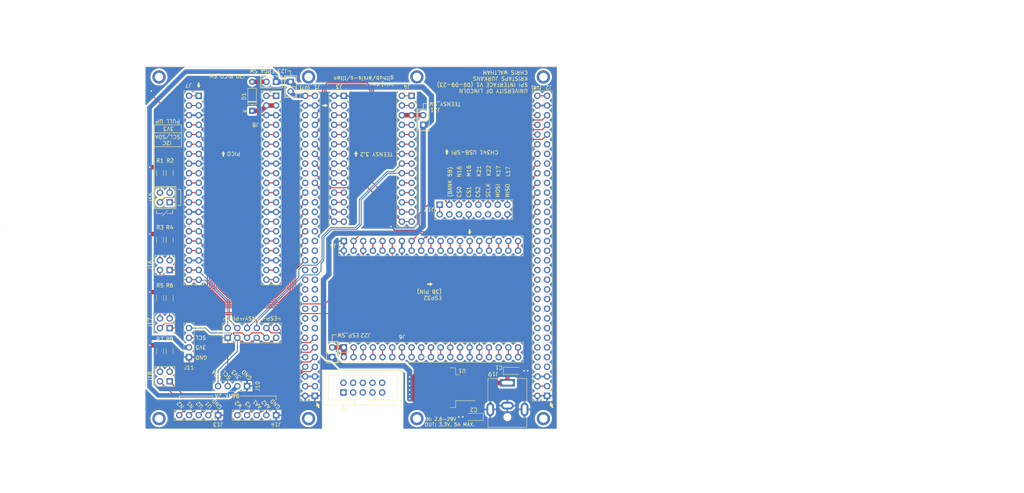
<source format=kicad_pcb>
(kicad_pcb (version 20221018) (generator pcbnew)
  (layers (0 "F.Cu" signal) (31 "B.Cu" signal) (34 "B.Paste" user) (35 "F.Paste" user) (36 "B.SilkS" user "B.Silkscreen") (37 "F.SilkS" user "F.Silkscreen") (38 "B.Mask" user) (39 "F.Mask" user) (44 "Edge.Cuts" user))
  (net 0 "")
  (net 1 "3V3")
  (net 2 "BANK_4A_AA14")
  (net 3 "BANK_4A_AA13")
  (net 4 "BANK_4A_AA15")
  (net 5 "BANK_4A_AB15")
  (net 6 "BANK_4A_Y15")
  (net 7 "BANK_4A_Y14")
  (net 8 "BANK_4A_AB18")
  (net 9 "BANK_4A_AB17")
  (net 10 "BANK_4A_Y17")
  (net 11 "BANK_4A_Y16")
  (net 12 "BANK_4A_AA18")
  (net 13 "BANK_4A_AA17")
  (net 14 "BANK_4A_AA20")
  (net 15 "BANK_4A_AA19")
  (net 16 "BANK_4A_Y20")
  (net 17 "BANK_4A_Y19")
  (net 18 "BANK_4A_AB21")
  (net 19 "BANK_4A_AB20")
  (net 20 "BANK_4A_AA22")
  (net 21 "BANK_4A_AB22")
  (net 22 "BANK_4A_W22")
  (net 23 "BANK_4A_Y22")
  (net 24 "BANK_4A_Y21")
  (net 25 "BANK_4A_W21")
  (net 26 "BANK_4A_U22")
  (net 27 "BANK_4A_V21")
  (net 28 "BANK_4A_V20")
  (net 29 "BANK_4A_W19")
  (net 30 "BANK_4A_U21")
  (net 31 "BANK_4A_U20")
  (net 32 "BANK_5A_R22")
  (net 33 "BANK_5A_T22")
  (net 34 "BANK_5A_P22")
  (net 35 "BANK_5A_R21")
  (net 36 "BANK_5A_T20")
  (net 37 "BANK_5A_T19")
  (net 38 "BANK_5A_P16")
  (net 39 "BANK_5A_P17")
  (net 40 "BANK_5B_N20")
  (net 41 "BANK_5B_N21")
  (net 42 "BANK_5B_M21")
  (net 43 "BANK_5B_M20")
  (net 44 "BANK_5B_M18")
  (net 45 "BANK_5B_N19")
  (net 46 "BANK_5B_L18")
  (net 47 "BANK_5B_L19")
  (net 48 "BANK_5B_M22")
  (net 49 "BANK_5B_L22")
  (net 50 "BANK_5B_L17")
  (net 51 "BANK_5B_K17")
  (net 52 "BANK_5B_K22")
  (net 53 "BANK_5B_K21")
  (net 54 "BANK_5B_M16")
  (net 55 "BANK_5B_N16")
  (net 56 "BANK_2A_AA2")
  (net 57 "BANK_2A_AA1")
  (net 58 "BANK_2A_Y3")
  (net 59 "BANK_2A_W2")
  (net 60 "BANK_2A_U1")
  (net 61 "BANK_2A_U2")
  (net 62 "BANK_2A_N1")
  (net 63 "BANK_2A_N2")
  (net 64 "BANK_2A_L1")
  (net 65 "BANK_2A_L2")
  (net 66 "BANK_2A_G1")
  (net 67 "BANK_2A_G2")
  (net 68 "BANK_2A_E2")
  (net 69 "BANK_2A_D3")
  (net 70 "BANK_2A_C1")
  (net 71 "BANK_2A_C2")
  (net 72 "BANK_8A_G6")
  (net 73 "BANK_8A_H6")
  (net 74 "BANK_8A_G8")
  (net 75 "BANK_8A_H8")
  (net 76 "BANK_8A_F7")
  (net 77 "BANK_8A_E7")
  (net 78 "BANK_8A_D6")
  (net 79 "BANK_8A_C6")
  (net 80 "BANK_8A_E9")
  (net 81 "BANK_8A_D9")
  (net 82 "BANK_8A_B5")
  (net 83 "BANK_8A_A5")
  (net 84 "BANK_8A_B6")
  (net 85 "BANK_8A_B7")
  (net 86 "BANK_8A_A7")
  (net 87 "BANK_8A_A8")
  (net 88 "BANK_8A_A9")
  (net 89 "BANK_8A_A10")
  (net 90 "BANK_8A_B10")
  (net 91 "BANK_8A_C9")
  (net 92 "BANK_8A_G10")
  (net 93 "BANK_8A_F10")
  (net 94 "BANK_7A_C11")
  (net 95 "BANK_7A_B11")
  (net 96 "BANK_7A_B12")
  (net 97 "BANK_7A_A12")
  (net 98 "BANK_7A_E12")
  (net 99 "BANK_7A_D12")
  (net 100 "BANK_7A_D13")
  (net 101 "BANK_7A_C13")
  (net 102 "BANK_7A_B13")
  (net 103 "BANK_7A_A13")
  (net 104 "BANK_7A_A15")
  (net 105 "BANK_7A_A14")
  (net 106 "BANK_7A_B15")
  (net 107 "BANK_7A_C15")
  (net 108 "BANK_7A_C16")
  (net 109 "BANK_7A_B16")
  (net 110 "ESP_I2C_SCL_GPIO22")
  (net 111 "ESP_I2C_SDA_GPIO21")
  (net 112 "ESP_GPIO1")
  (net 113 "ESP_GPIO3")
  (net 114 "GND")
  (net 115 "ESP_GPIO17")
  (net 116 "ESP_GPIO16")
  (net 117 "ESP_GPIO4")
  (net 118 "ESP_GPIO0")
  (net 119 "ESP_GPIO2")
  (net 120 "ESP_GPIO8_NC")
  (net 121 "ESP_GPIO7_NC")
  (net 122 "ESP_GPIO6_NC")
  (net 123 "PICO_SPI0_DIN_I2C0_SDA_GPIO0")
  (net 124 "PICO_SPI0_CS_I2C0_SCL_GPIO1")
  (net 125 "PICO_SPI1_SCLK_I2C1_SDA_GPIO14")
  (net 126 "PICO_SPI1_DOUT_I2C1_SCL_GPIO15")
  (net 127 "ESP_3V3")
  (net 128 "ESP_EN_RST")
  (net 129 "ESP_SVP_GPIX36")
  (net 130 "ESP_SVN_GPIX39")
  (net 131 "ESP_GPIX34")
  (net 132 "ESP_GPIX35")
  (net 133 "ESP_GPIO32")
  (net 134 "ESP_GPIO33")
  (net 135 "ESP_GPIO25")
  (net 136 "ESP_GPIO26")
  (net 137 "ESP_GPIO27")
  (net 138 "ESP_GPIO9_NC")
  (net 139 "ESP_GPIO10_NC")
  (net 140 "ESP_GPIO11_NC")
  (net 141 "ESP_5V")
  (net 142 "TEENSY_VIN")
  (net 143 "TEENSY_AGND")
  (net 144 "TEENSY_3V3")
  (net 145 "TEENSY_GPIO_23")
  (net 146 "TEENSY_GPIO_22")
  (net 147 "TEENSY_SPI_CS_2")
  (net 148 "TEENSY_GPIO_17")
  (net 149 "TEENSY_GPIO_16")
  (net 150 "TEENSY_GPIO_0")
  (net 151 "TEENSY_GPIO_1")
  (net 152 "TEENSY_GPIO_2")
  (net 153 "TEENSY_GPIO_3")
  (net 154 "TEENSY_GPIO_4")
  (net 155 "TEENSY_GPIO_5")
  (net 156 "TEESNY_GPIO_6")
  (net 157 "TEENSY_SPI_CS_1")
  (net 158 "TEENSY_SPI_CS_0")
  (net 159 "PICO_VBUS")
  (net 160 "PICO_VSYS")
  (net 161 "PICO_3V3_EN")
  (net 162 "PICO_3V3")
  (net 163 "PICO_ADC_REF")
  (net 164 "PICO_GPIO28")
  (net 165 "PICO_I2C1_SCL_GPIO27")
  (net 166 "PICO_I2C1_SDA_GPIO26")
  (net 167 "PICO_RUN")
  (net 168 "PICO_GPIO_22")
  (net 169 "PICO_I2C0_SCL_GPIO21")
  (net 170 "PICO_I2C0_SDA_GPIO20")
  (net 171 "PICO_SPI0_DOUT_I2C1_SCL_GPIO19")
  (net 172 "PICO_SPI0_SCLK_I2C1_SDA_GPIO18")
  (net 173 "PICO_SPI0_CS_I2C0_SCL_GPIO17")
  (net 174 "PICO_SPI0_DIN_I2C0_SDA_GPIO16")
  (net 175 "OLED_SCL")
  (net 176 "OLED_SDA")
  (net 177 "PICO_SPI0_SCLK_I2C1_SDA_GPIO6")
  (net 178 "PICO_SPI0_DOUT_I2C1_SCL_GPIO7")
  (net 179 "PICO_SPI1_DIN_I2C0_SDA_GPIO8")
  (net 180 "PICO_SPI1_CS_I2C0_SCL_GPIO9")
  (net 181 "PRG_VCC")
  (net 182 "PRG_SDA")
  (net 183 "PRG_SCL")
  (net 184 "PRG_TXD")
  (net 185 "PRG_RXD")
  (net 186 "TEENSY_GPIO_19_SCL")
  (net 187 "TEENSY_GPIO_18_SDA")
  (net 188 "Net-(J15-Pin_3)")
  (net 189 "Net-(J15-Pin_4)")
  (net 190 "Net-(J16-Pin_3)")
  (net 191 "Net-(J16-Pin_4)")
  (net 192 "Net-(J17-Pin_3)")
  (net 193 "Net-(J17-Pin_4)")
  (net 194 "Net-(J18-Pin_3)")
  (net 195 "Net-(J18-Pin_4)")
  (net 196 "Net-(U1-VI)")
  (net 197 "FPGA_3V3")
  (net 198 "Net-(D1-A)")
  (net 199 "FPGA_VIN")
  (net 201 "Net-(JX1-GND-Pad10)")
  (footprint "Resistor_SMD:R_1206_3216Metric_Pad1.30x1.75mm_HandSolder" (layer "F.Cu") (at 48.26 58.42 90)
    (fp_text reference "R1")
    (fp_text value "2K")
  )
  (footprint "MountingHole:MountingHole_2.2mm_M2_ISO7380_Pad_TopBottom" (layer "F.Cu") (at 115.697 33.147)
    (fp_text reference "H7" hide)
    (fp_text value "MountingHole")
  )
  (footprint "Connector_PinHeader_2.54mm:PinHeader_2x02_P2.54mm_Vertical" (layer "F.Cu") (at 50.8 113.03 180)
    (fp_text reference "J18")
    (fp_text value "I2C_PULLUP")
  )
  (footprint "Connector_PinHeader_2.54mm:PinHeader_1x02_P2.54mm_Vertical" (layer "F.Cu") (at 117.348 45.72 180)
    (fp_text reference "J21")
    (fp_text value "PWR_SW")
  )
  (footprint "Connector_BarrelJack:BarrelJack_CUI_PJ-063AH_Horizontal" (layer "F.Cu") (at 139.446 113.411)
    (fp_text reference "J19")
    (fp_text value "Barrel_Jack_MountingPin")
  )
  (footprint "Connector_PinHeader_2.54mm:PinHeader_1x05_P2.54mm_Vertical" (layer "F.Cu") (at 63.5 121.92 -90)
    (fp_text reference "J13")
    (fp_text value "SPI_HEADER")
  )
  (footprint "Resistor_SMD:R_1206_3216Metric_Pad1.30x1.75mm_HandSolder" (layer "F.Cu") (at 50.8 105.13 90)
    (fp_text reference "R8")
    (fp_text value "2K")
  )
  (footprint "Connector_PinSocket_2.54mm:PinSocket_2x08_P2.54mm_Vertical" (layer "F.Cu") (at 121.666 66.675 90)
    (fp_text reference "J12")
    (fp_text value "CH341_PRG_CONN")
  )
  (footprint "MountingHole:MountingHole_2.2mm_M2_ISO7380_Pad_TopBottom" (layer "F.Cu") (at 115.697 122.809)
    (fp_text reference "H8" hide)
    (fp_text value "MountingHole")
  )
  (footprint "Connector_PinHeader_2.54mm:PinHeader_2x32_P2.54mm_Vertical" (layer "F.Cu") (at 149.86 116.84 180)
    (fp_text reference "J2")
    (fp_text value "FPGA")
  )
  (footprint "MountingHole:MountingHole_2.2mm_M2_ISO7380_Pad_TopBottom" (layer "F.Cu") (at 48.006 33.147)
    (fp_text reference "H1" hide)
    (fp_text value "MountingHole")
  )
  (footprint "MountingHole:MountingHole_2.2mm_M2_ISO7380_Pad_TopBottom" (layer "F.Cu") (at 87.249 122.809)
    (fp_text reference "H4" hide)
    (fp_text value "MountingHole")
  )
  (footprint "MountingHole:MountingHole_2.2mm_M2_ISO7380_Pad_TopBottom" (layer "F.Cu") (at 48.006 122.809)
    (fp_text reference "H2" hide)
    (fp_text value "MountingHole")
  )
  (footprint "Connector_PinSocket_2.54mm:PinSocket_2x14_P2.54mm_Vertical" (layer "F.Cu") (at 114.3 38.1)
    (fp_text reference "J4")
    (fp_text value "TEENSY")
  )
  (footprint "MountingHole:MountingHole_2.2mm_M2_ISO7380_Pad_TopBottom" (layer "F.Cu") (at 148.8948 33.147)
    (fp_text reference "H5" hide)
    (fp_text value "MountingHole")
  )
  (footprint "Connector_PinSocket_2.54mm:PinSocket_2x20_P2.54mm_Vertical" (layer "F.Cu") (at 58.42 38.1)
    (fp_text reference "J7")
    (fp_text value "PICO")
  )
  (footprint "Connector_PinHeader_2.54mm:PinHeader_1x02_P2.54mm_Vertical" (layer "F.Cu") (at 78.74 34.417 -90)
    (fp_text reference "J20")
    (fp_text value "PWR_SW")
  )
  (footprint "MountingHole:MountingHole_2.2mm_M2_ISO7380_Pad_TopBottom" (layer "F.Cu") (at 87.249 33.147)
    (fp_text reference "H3" hide)
    (fp_text value "MountingHole")
  )
  (footprint "Connector_PinSocket_2.54mm:PinSocket_2x20_P2.54mm_Vertical" (layer "F.Cu") (at 78.74 38.1)
    (fp_text reference "J8")
    (fp_text value "PICO")
  )
  (footprint "Resistor_SMD:R_1206_3216Metric_Pad1.30x1.75mm_HandSolder" (layer "F.Cu") (at 50.8 75.92 90)
    (fp_text reference "R4")
    (fp_text value "2K")
  )
  (footprint "Connector_PinHeader_2.54mm:PinHeader_2x02_P2.54mm_Vertical" (layer "F.Cu") (at 50.8 99.06 180)
    (fp_text reference "J17")
    (fp_text value "I2C_PULLUP")
  )
  (footprint "Connector_IDC:IDC-Header_2x05_P2.54mm_Vertical" (layer "F.Cu") (at 96.42 115.965 90)
    (fp_text reference "JX1" hide)
    (fp_text value "DUMMY_JTAG" hide)
  )
  (footprint "Resistor_SMD:R_1206_3216Metric_Pad1.30x1.75mm_HandSolder" (layer "F.Cu") (at 48.26 105.13 90)
    (fp_text reference "R7")
    (fp_text value "2K")
  )
  (footprint "Diode_THT:D_DO-35_SOD27_P7.62mm_Horizontal" (layer "F.Cu") (at 72.4408 42.037 90)
    (fp_text reference "D1")
    (fp_text value "1N4148")
  )
  (footprint "Connector_PinHeader_2.54mm:PinHeader_1x05_P2.54mm_Vertical" (layer "F.Cu") (at 78.74 121.92 -90)
    (fp_text reference "J14")
    (fp_text value "SPI_HEADER")
  )
  (footprint "Package_TO_SOT_SMD:TO-263-3_TabPin2" (layer "F.Cu") (at 121.0458 114.7064 180)
    (fp_text reference "U1")
    (fp_text value "LM1084-3.3")
  )
  (footprint "Connector_PinHeader_2.54mm:PinHeader_1x02_P2.54mm_Vertical" (layer "F.Cu") (at 93.472 106.68 180)
    (fp_text reference "J22")
    (fp_text value "PWR_SW")
  )
  (footprint "Connector_PinHeader_2.54mm:PinHeader_2x06_P2.54mm_Vertical" (layer "F.Cu") (at 66.04 101.6 90)
    (fp_text reference "J9")
    (fp_text value "OLED_JMP")
  )
  (footprint "Connector_PinSocket_2.54mm:PinSocket_2x19_P2.54mm_Vertical" (layer "F.Cu") (at 96.52 76.2 90)
    (fp_text reference "J5")
    (fp_text value "ESP")
  )
  (footprint "Connector_PinSocket_2.54mm:PinSocket_2x19_P2.54mm_Vertical" (layer "F.Cu") (at 96.52 104.14 90)
    (fp_text reference "J6")
    (fp_text value "ESP")
  )
  (footprint "Connector_PinHeader_2.54mm:PinHeader_2x32_P2.54mm_Vertical" (layer "F.Cu") (at 88.92 116.84 180)
    (fp_text reference "J1")
    (fp_text value "FPGA")
  )
  (footprint "Connector_PinSocket_2.54mm:PinSocket_2x14_P2.54mm_Vertical" (layer "F.Cu") (at 96.52 38.1)
    (fp_text reference "J3")
    (fp_text value "TEENSY")
  )
  (footprint "Resistor_SMD:R_1206_3216Metric_Pad1.30x1.75mm_HandSolder" (layer "F.Cu") (at 48.26 91.16 90)
    (fp_text reference "R5")
    (fp_text value "2K")
  )
  (footprint "MountingHole:MountingHole_2.2mm_M2_ISO7380_Pad_TopBottom" (layer "F.Cu") (at 148.8948 122.809)
    (fp_text reference "H6" hide)
    (fp_text value "MountingHole")
  )
  (footprint "Resistor_SMD:R_1206_3216Metric_Pad1.30x1.75mm_HandSolder" (layer "F.Cu") (at 48.26 75.92 90)
    (fp_text reference "R3")
    (fp_text value "2K")
  )
  (footprint "Connector_PinSocket_2.54mm:PinSocket_1x04_P2.54mm_Vertical" (layer "F.Cu") (at 55.88 106.68 180)
    (fp_text reference "J11")
    (fp_text value "OLED_CONN")
  )
  (footprint "Resistor_SMD:R_1206_3216Metric_Pad1.30x1.75mm_HandSolder" (layer "F.Cu") (at 50.8 58.42 90)
    (fp_text reference "R2")
    (fp_text value "2K")
  )
  (footprint "Resistor_SMD:R_1206_3216Metric_Pad1.30x1.75mm_HandSolder" (layer "F.Cu") (at 50.8 91.16 90)
    (fp_text reference "R6")
    (fp_text value "2K")
  )
  (footprint "Connector_PinSocket_2.54mm:PinSocket_1x04_P2.54mm_Vertical" (layer "F.Cu") (at 71.12 114.3 -90)
    (fp_text reference "J10")
    (fp_text value "OLED_CONN")
  )
  (footprint "Connector_PinHeader_2.54mm:PinHeader_1x02_P2.54mm_Vertical" (layer "F.Cu") (at 82.55 34.417)
    (fp_text reference "J23")
    (fp_text value "PWR_SW")
  )
  (footprint "Connector_PinHeader_2.54mm:PinHeader_2x02_P2.54mm_Vertical" (layer "F.Cu") (at 50.8 83.82 180)
    (fp_text reference "J16")
    (fp_text value "I2C_PULLUP")
  )
  (footprint "Capacitor_Tantalum_SMD:CP_EIA-3216-18_Kemet-A_Pad1.58x1.35mm_HandSolder" (layer "F.Cu") (at 140.8684 110.2868)
    (fp_text reference "C1")
    (fp_text value "10uF")
  )
  (footprint "Connector_PinHeader_2.54mm:PinHeader_2x02_P2.54mm_Vertical" (layer "F.Cu") (at 50.8 66.04 180)
    (fp_text reference "J15")
    (fp_text value "I2C_PULLUP")
  )
  (footprint "Capacitor_Tantalum_SMD:CP_EIA-3216-18_Kemet-A_Pad1.58x1.35mm_HandSolder" (layer "F.Cu") (at 130.6576 122.3772 180)
    (fp_text reference "C2")
    (fp_text value "10uF")
  )
  (gr_line (start 82.55 32.8422) (end 82.55 31.5722) (stroke (width 0.15)) (layer "F.SilkS"))
  (gr_line (start 115.824 47.2948) (end 115.824 41.5544) (stroke (width 0.15)) (layer "F.SilkS"))
  (gr_line (start 65.024 97.028) (end 65.024 96.52) (stroke (width 0.15)) (layer "F.SilkS"))
  (gr_line (start 118.9228 47.2948) (end 115.824 47.2948) (stroke (width 0.15)) (layer "F.SilkS"))
  (gr_line (start 69.596 96.52) (end 69.215 96.52) (stroke (width 0.15)) (layer "F.SilkS"))
  (gr_line (start 93.472 100.8126) (end 94.5896 100.8126) (stroke (width 0.15)) (layer "F.SilkS"))
  (gr_line (start 78.74 116.8908) (end 78.74 117.9068) (stroke (width 0.15)) (layer "F.SilkS"))
  (gr_line (start 118.9228 41.5544) (end 118.9228 47.2948) (stroke (width 0.15)) (layer "F.SilkS"))
  (gr_line (start 79.756 97.028) (end 79.756 96.52) (stroke (width 0.15)) (layer "F.SilkS"))
  (gr_rect (start 47.244 62.484) (end 49.276 64.516) (stroke (width 0.15)) (fill none) (layer "F.SilkS"))
  (gr_poly (pts (xy 99.695 52.705) (xy 99.314 53.34) (xy 99.568 53.34) (xy 99.568 53.975) (xy 99.822 53.975) (xy 99.822 53.34) (xy 100.076 53.34)) (stroke (width 0.15)) (fill solid) (layer "F.SilkS"))
  (gr_line (start 48.7934 69.6722) (end 50.165 68.3006) (stroke (width 0.15)) (layer "F.SilkS"))
  (gr_poly (pts (xy 64.897 52.705) (xy 64.516 53.34) (xy 64.77 53.34) (xy 64.77 53.975) (xy 65.024 53.975) (xy 65.024 53.34) (xy 65.278 53.34)) (stroke (width 0.15)) (fill solid) (layer "F.SilkS"))
  (gr_line (start 79.756 96.52) (end 79.121 96.52) (stroke (width 0.15)) (layer "F.SilkS"))
  (gr_line (start 74.676 97.028) (end 74.676 96.52) (stroke (width 0.15)) (layer "F.SilkS"))
  (gr_rect (start 46.736 45.72) (end 53.8988 51.4604) (stroke (width 0.15)) (fill none) (layer "F.SilkS"))
  (gr_line (start 80.3148 32.8168) (end 74.6252 32.8168) (stroke (width 0.15)) (layer "F.SilkS"))
  (gr_line (start 70.104 97.028) (end 70.104 96.52) (stroke (width 0.15)) (layer "F.SilkS"))
  (gr_line (start 46.736 47.8028) (end 53.8988 47.8028) (stroke (width 0.15)) (layer "F.SilkS"))
  (gr_line (start 48.8696 68.9864) (end 47.3964 68.9864) (stroke (width 0.15)) (layer "F.SilkS"))
  (gr_poly (pts (xy 58.42 35.941) (xy 58.801 35.306) (xy 58.547 35.306) (xy 58.547 34.671) (xy 58.293 34.671) (xy 58.293 35.306) (xy 58.039 35.306)) (stroke (width 0.15)) (fill solid) (layer "F.SilkS"))
  (gr_line (start 115.824 41.5544) (end 118.9228 41.5544) (stroke (width 0.15)) (layer "F.SilkS"))
  (gr_line (start 94.996 102.5652) (end 94.996 108.204) (stroke (width 0.15)) (layer "F.SilkS"))
  (gr_line (start 69.596 97.028) (end 69.596 96.52) (stroke (width 0.15)) (layer "F.SilkS"))
  (gr_line (start 91.948 102.5652) (end 94.996 102.5652) (stroke (width 0.15)) (layer "F.SilkS"))
  (gr_line (start 93.472 102.5906) (end 93.472 100.8126) (stroke (width 0.15)) (layer "F.SilkS"))
  (gr_line (start 80.9752 38.5572) (end 80.9752 32.8168) (stroke (width 0.15)) (layer "F.SilkS"))
  (gr_line (start 82.55 31.5468) (end 81.7372 31.5468) (stroke (width 0.15)) (layer "F.SilkS"))
  (gr_line (start 51.562 68.9864) (end 50.0888 68.9864) (stroke (width 0.15)) (layer "F.SilkS"))
  (gr_line (start 84.1248 32.8168) (end 84.1248 38.5572) (stroke (width 0.15)) (layer "F.SilkS"))
  (gr_line (start 53.7464 66.8528) (end 52.8828 66.8528) (stroke (width 0.15)) (layer "F.SilkS"))
  (gr_line (start 69.342 96.52) (end 69.596 96.52) (stroke (width 0.15)) (layer "F.SilkS"))
  (gr_line (start 91.948 108.204) (end 94.996 108.204) (stroke (width 0.15)) (layer "F.SilkS"))
  (gr_poly (pts (xy 150.6728 118.5672) (xy 150.6728 119.5832) (xy 150.9268 119.4562) (xy 151.1808 119.9642) (xy 151.4348 119.8372) (xy 151.1808 119.3292) (xy 151.4348 119.2022)) (stroke (width 0.15)) (fill solid) (layer "F.SilkS"))
  (gr_line (start 91.948 102.5652) (end 91.948 108.204) (stroke (width 0.15)) (layer "F.SilkS"))
  (gr_line (start 80.3148 36.0172) (end 80.3148 32.8168) (stroke (width 0.15)) (layer "F.SilkS"))
  (gr_poly (pts (xy 129.54 74.422) (xy 129.921 73.787) (xy 129.667 73.787) (xy 129.667 73.152) (xy 129.413 73.152) (xy 129.413 73.787) (xy 129.159 73.787)) (stroke (width 0.15)) (fill solid) (layer "F.SilkS"))
  (gr_rect (start 47.244 65.024) (end 49.276 67.056) (stroke (width 0.15)) (fill none) (layer "F.SilkS"))
  (gr_poly (pts (xy 92.202 40.64) (xy 91.567 40.259) (xy 91.567 40.513) (xy 90.932 40.513) (xy 90.932 40.767) (xy 91.567 40.767) (xy 91.567 41.021)) (stroke (width 0.15)) (fill solid) (layer "F.SilkS"))
  (gr_poly (pts (xy 119.772206 87.521676) (xy 119.137206 87.140676) (xy 119.137206 87.394676) (xy 118.502206 87.394676) (xy 118.502206 87.648676) (xy 119.137206 87.648676) (xy 119.137206 87.902676)) (stroke (width 0.15)) (fill solid) (layer "F.SilkS"))
  (gr_line (start 74.6252 32.8168) (end 71.12 32.8168) (stroke (width 0.15)) (layer "F.SilkS"))
  (gr_rect (start 46.6852 61.9252) (end 52.451 67.691) (stroke (width 0.15)) (fill none) (layer "F.SilkS"))
  (gr_poly (pts (xy 123.571 52.197) (xy 123.19 52.832) (xy 123.444 52.832) (xy 123.444 53.467) (xy 123.698 53.467) (xy 123.698 52.832) (xy 123.952 52.832)) (stroke (width 0.15)) (fill solid) (layer "F.SilkS"))
  (gr_line (start 74.6252 32.8168) (end 74.6252 36.0172) (stroke (width 0.15)) (layer "F.SilkS"))
  (gr_line (start 70.104 96.52) (end 70.5104 96.52) (stroke (width 0.15)) (layer "F.SilkS"))
  (gr_line (start 51.562 68.1228) (end 51.562 68.9864) (stroke (width 0.15)) (layer "F.SilkS"))
  (gr_poly (pts (xy 89.3572 118.618) (xy 89.3572 119.634) (xy 89.6112 119.507) (xy 89.8652 120.015) (xy 90.1192 119.888) (xy 89.8652 119.38) (xy 90.1192 119.253)) (stroke (width 0.15)) (fill solid) (layer "F.SilkS"))
  (gr_line (start 74.676 96.52) (end 74.295 96.52) (stroke (width 0.15)) (layer "F.SilkS"))
  (gr_line (start 75.184 96.52) (end 76.073 96.52) (stroke (width 0.15)) (layer "F.SilkS"))
  (gr_line (start 53.34 116.8908) (end 53.34 117.9068) (stroke (width 0.15)) (layer "F.SilkS"))
  (gr_line (start 47.3964 68.9864) (end 47.3964 68.1228) (stroke (width 0.15)) (layer "F.SilkS"))
  (gr_line (start 80.9752 32.8168) (end 84.1248 32.8168) (stroke (width 0.15)) (layer "F.SilkS"))
  (gr_line (start 52.8828 62.6872) (end 53.7464 62.6872) (stroke (width 0.15)) (layer "F.SilkS"))
  (gr_line (start 62.3316 116.8908) (end 53.34 116.8908) (stroke (width 0.15)) (layer "F.SilkS"))
  (gr_line (start 46.736 61.976) (end 46.736 49.53) (stroke (width 0.15)) (layer "F.SilkS"))
  (gr_line (start 75.184 97.028) (end 75.184 96.52) (stroke (width 0.15)) (layer "F.SilkS"))
  (gr_line (start 53.7464 62.6872) (end 53.7464 66.8528) (stroke (width 0.15)) (layer "F.SilkS"))
  (gr_line (start 69.3928 116.8908) (end 78.74 116.8908) (stroke (width 0.15)) (layer "F.SilkS"))
  (gr_line (start 117.348 41.5544) (end 117.348 40.132) (stroke (width 0.15)) (layer "F.SilkS"))
  (gr_line (start 117.348 40.132) (end 118.7196 40.132) (stroke (width 0.15)) (layer "F.SilkS"))
  (gr_line (start 74.6252 36.0172) (end 80.3148 36.0172) (stroke (width 0.15)) (layer "F.SilkS"))
  (gr_line (start 65.024 96.52) (end 65.405 96.52) (stroke (width 0.15)) (layer "F.SilkS"))
  (gr_line (start 84.1248 38.5572) (end 80.9752 38.5572) (stroke (width 0.15)) (layer "F.SilkS"))
  (gr_line (start 44.45 30.48) (end 152.45 30.48) (stroke (width 0.1)) (layer "Edge.Cuts"))
  (gr_line (start 112.141 109.982) (end 90.805 109.982) (stroke (width 0.1)) (layer "Edge.Cuts"))
  (gr_line (start 152.45 125.48) (end 112.141 125.476) (stroke (width 0.1)) (layer "Edge.Cuts"))
  (gr_line (start 44.45 125.48) (end 44.45 30.48) (stroke (width 0.1)) (layer "Edge.Cuts"))
  (gr_line (start 112.141 125.476) (end 112.141 109.982) (stroke (width 0.1)) (layer "Edge.Cuts"))
  (gr_line (start 44.45 125.48) (end 90.805 125.476) (stroke (width 0.1)) (layer "Edge.Cuts"))
  (gr_line (start 90.805 109.982) (end 90.805 125.476) (stroke (width 0.1)) (layer "Edge.Cuts"))
  (gr_line (start 152.45 30.48) (end 152.45 125.48) (stroke (width 0.1)) (layer "Edge.Cuts"))
  (gr_rect (start 6.3246 72.3646) (end 6.35 72.39) (stroke (width 0.1)) (fill none) (layer "Edge.Cuts"))
  (gr_text "UNIVERSITY OF LINCOLN\nSPI INTERFACE V1 (09-09-23)\nKRISTAPS JURKANS\nCHRIS WALTHAM" (at 144.907 31.369 180) (layer "F.SilkS") (effects (font (size 1 1)) (justify left bottom)))
  (gr_text "ESP_SW" (at 100.6348 100.33 180) (layer "F.SilkS") (effects (font (size 1 1)) (justify left bottom)))
  (gr_text "ESP" (at 79.121 95.885 180) (layer "F.SilkS") (effects (font (size 1 1)) (justify left bottom)))
  (gr_text "SCLK" (at 135.001 64.897 90) (layer "F.SilkS") (effects (font (size 1 1)) (justify left bottom)))
  (gr_text "PICO" (at 69.088 95.885 180) (layer "F.SilkS") (effects (font (size 1 1)) (justify left bottom)))
  (gr_text "OUT: 3.3V, 5A MAX." (at 117.6528 124.8918) (layer "F.SilkS") (effects (font (size 0.9 0.9)) (justify left bottom)))
  (gr_text "(U7)" (at 87.6808 35.5092 180) (layer "F.SilkS") (effects (font (size 0.8 0.8)) (justify left bottom)))
  (gr_text "3V3" (at 69.6976 111.8616 135) (layer "F.SilkS") (effects (font (size 1 1)) (justify left bottom)))
  (gr_text "GND" (at 72.5932 112.0648 135) (layer "F.SilkS") (effects (font (size 1 1)) (justify left bottom)))
  (gr_text "GND" (at 60.706 106.172 180) (layer "F.SilkS") (effects (font (size 1 1)) (justify left bottom)))
  (gr_text "SDA" (at 60.579 98.552 180) (layer "F.SilkS") (effects (font (size 1 1)) (justify left bottom)))
  (gr_text "ESP32\n(38 PIN)" (at 122.3264 88.9 180) (layer "F.SilkS") (effects (font (size 1 1)) (justify left bottom)))
  (gr_text "CS1" (at 129.921 64.897 90) (layer "F.SilkS") (effects (font (size 1 1)) (justify left bottom)))
  (gr_text "3V3" (at 60.452 103.505 180) (layer "F.SilkS") (effects (font (size 1 1)) (justify left bottom)))
  (gr_text "CS2" (at 132.334 64.897 90) (layer "F.SilkS") (effects (font (size 1 1)) (justify left bottom)))
  (gr_text "TNSY" (at 74.295 95.885 180) (layer "F.SilkS") (effects (font (size 1 1)) (justify left bottom)))
  (gr_text "U1" (at 62.1792 119.5832 135) (layer "F.SilkS") (effects (font (size 1 1)) (justify left bottom)))
  (gr_text "K21" (at 132.588 59.436 90) (layer "F.SilkS") (effects (font (size 1 1)) (justify left bottom)))
  (gr_text "N16" (at 127.381 59.563 90) (layer "F.SilkS") (effects (font (size 1 1)) (justify left bottom)))
  (gr_text "W2" (at 70.0786 119.4816 135) (layer "F.SilkS") (effects (font (size 1 1)) (justify left bottom)))
  (gr_text "AA1" (at 75.1332 119.6594 135) (layer "F.SilkS") (effects (font (size 1 1)) (justify left bottom)))
  (gr_text "GND" (at 64.8208 119.7102 135) (layer "F.SilkS") (effects (font (size 1 1)) (justify left bottom)))
  (gr_text "SDA" (at 64.5668 111.9632 135) (layer "F.SilkS") (effects (font (size 1 1)) (justify left bottom)))
  (gr_text "(U8)" (at 148.4884 35.4584 180) (layer "F.SilkS") (effects (font (size 0.8 0.8)) (justify left bottom)))
  (gr_text "SCL" (at 60.452 100.965 180) (layer "F.SilkS") (effects (font (size 1 1)) (justify left bottom)))
  (gr_text "BANK 2A" (at 69.2404 116.2558 180) (layer "F.SilkS") (effects (font (size 1 1)) (justify left bottom)))
  (gr_text "TEENSY_SW" (at 127.254 39.624 180) (layer "F.SilkS") (effects (font (size 1 1)) (justify left bottom)))
  (gr_text "FPGA_SW" (at 78.486 30.988 180) (layer "F.SilkS") (effects (font (size 1 1)) (justify left bottom)))
  (gr_text "PICO_SW" (at 67.6656 32.3088 180) (layer "F.SilkS") (effects (font (size 1 1)) (justify left bottom)))
  (gr_text "TEENSY 3.2" (at 109.474 52.832 180) (layer "F.SilkS") (effects (font (size 1 1)) (justify left bottom)))
  (gr_text "M16" (at 129.921 59.436 90) (layer "F.SilkS") (effects (font (size 1 1)) (justify left bottom)))
  (gr_text "Y3" (at 72.5932 119.4816 135) (layer "F.SilkS") (effects (font (size 1 1)) (justify left bottom)))
  (gr_text "CH341 USB-SPI" (at 137.16 52.324 180) (layer "F.SilkS") (effects (font (size 1 1)) (justify left bottom)))
  (gr_text "   I2C\nSCL/SDA" (at 53.6956 48.26 180) (layer "F.SilkS") (effects (font (size 1 1)) (justify left bottom)))
  (gr_text "K17" (at 137.668 59.436 90) (layer "F.SilkS") (effects (font (size 1 1)) (justify left bottom)))
  (gr_text "SCL" (at 67.1576 111.9632 135) (layer "F.SilkS") (effects (font (size 1 1)) (justify left bottom)))
  (gr_text "3V3" (at 51.9684 46.1264 180) (layer "F.SilkS") (effects (font (size 1 1)) (justify left bottom)))
  (gr_text "IN: 2.6-29V" (at 117.6782 123.4694) (layer "F.SilkS") (effects (font (size 0.9 0.9)) (justify left bottom)))
  (gr_text "N2" (at 54.8132 119.5832 135) (layer "F.SilkS") (effects (font (size 1 1)) (justify left bottom)))
  (gr_text "AA2" (at 77.5208 119.6848 135) (layer "F.SilkS") (effects (font (size 1 1)) (justify left bottom)))
  (gr_text "L17" (at 140.208 59.436 90) (layer "F.SilkS") (effects (font (size 1 1)) (justify left bottom)))
  (gr_text "(BANK 5B)" (at 124.968 64.77 90) (layer "F.SilkS") (effects (font (size 1 1)) (justify left bottom)))
  (gr_text "MOSI" (at 137.541 64.897 90) (layer "F.SilkS") (effects (font (size 1 1)) (justify left bottom)))
  (gr_text "N1" (at 57.3532 119.5832 135) (layer "F.SilkS") (effects (font (size 1 1)) (justify left bottom)))
  (gr_text "CS0" (at 127.381 64.897 90) (layer "F.SilkS") (effects (font (size 1 1)) (justify left bottom)))
  (gr_text "krisj.dev\ngithub/arkis-s/titan" (at 109.728 32.893 180) (layer "F.SilkS") (effects (font (size 1 1)) (justify left bottom)))
  (gr_text "MISO" (at 140.081 64.897 90) (layer "F.SilkS") (effects (font (size 1 1)) (justify left bottom)))
  (gr_text "K22" (at 135.128 59.309 90) (layer "F.SilkS") (effects (font (size 1 1)) (justify left bottom)))
  (gr_text "PULL UP" (at 53.6448 44.196 180) (layer "F.SilkS") (effects (font (size 1 1)) (justify left bottom)))
  (gr_text "GND" (at 80.0862 119.7102 135) (layer "F.SilkS") (effects (font (size 1 1)) (justify left bottom)))
  (gr_text "PICO" (at 69.469 52.705 180) (layer "F.SilkS") (effects (font (size 1 1)) (justify left bottom)))
  (gr_text "U2" (at 59.8678 119.5578 135) (layer "F.SilkS") (effects (font (size 1 1)) (justify left bottom)))
  (segment (start 113.792 115.316) (end 114.9554 115.316) (width 1.4) (layer "F.Cu") (net 1))
  (segment (start 48.26 74.37) (end 45.5688 74.37) (width 1.2) (layer "F.Cu") (net 1))
  (segment (start 45.5688 74.37) (end 45.5676 74.3712) (width 1.2) (layer "F.Cu") (net 1))
  (segment (start 113.792 111.887) (end 117.0764 111.887) (width 1.4) (layer "F.Cu") (net 1))
  (segment (start 113.792 113.03) (end 116.0222 113.03) (width 1.4) (layer "F.Cu") (net 1))
  (segment (start 132.1308 122.3415) (end 132.0951 122.3772) (width 1.2) (layer "F.Cu") (net 1))
  (segment (start 117.0764 111.887) (end 117.1208 111.9314) (width 0.25) (layer "F.Cu") (net 1))
  (segment (start 114.8792 114.173) (end 117.1208 111.9314) (width 0.25) (layer "F.Cu") (net 1))
  (segment (start 113.792 116.459) (end 116.0984 116.459) (width 1.4) (layer "F.Cu") (net 1))
  (segment (start 50.8 74.37) (end 48.26 74.37) (width 1.2) (layer "F.Cu") (net 1))
  (segment (start 116.0222 113.03) (end 117.1208 111.9314) (width 0.25) (layer "F.Cu") (net 1))
  (segment (start 113.792 117.602) (end 117.0002 117.602) (width 1.4) (layer "F.Cu") (net 1))
  (segment (start 114.9554 115.316) (end 117.1208 117.4814) (width 0.25) (layer "F.Cu") (net 1))
  (segment (start 50.8 56.87) (end 48.26 56.87) (width 1.2) (layer "F.Cu") (net 1))
  (segment (start 48.2352 56.8452) (end 48.26 56.87) (width 1.2) (layer "F.Cu") (net 1))
  (segment (start 45.5676 89.6112) (end 45.5676 89.61) (width 1.2) (layer "F.Cu") (net 1))
  (segment (start 48.26 103.58) (end 45.5688 103.58) (width 1.2) (layer "F.Cu") (net 1))
  (segment (start 113.792 114.173) (end 114.8792 114.173) (width 1.4) (layer "F.Cu") (net 1))
  (segment (start 45.5676 103.5812) (end 45.5676 103.58) (width 1.2) (layer "F.Cu") (net 1))
  (segment (start 48.26 89.61) (end 45.5688 89.61) (width 1.2) (layer "F.Cu") (net 1))
  (segment (start 45.5688 103.58) (end 45.5676 103.5812) (width 1.2) (layer "F.Cu") (net 1))
  (segment (start 45.5676 56.8452) (end 48.2352 56.8452) (width 1.2) (layer "F.Cu") (net 1))
  (segment (start 117.0002 117.602) (end 117.1208 117.4814) (width 1.4) (layer "F.Cu") (net 1))
  (segment (start 128.6958 114.7064) (end 131.4704 114.7064) (width 1.2) (layer "F.Cu") (net 1))
  (segment (start 116.0984 116.459) (end 117.1208 117.4814) (width 0.25) (layer "F.Cu") (net 1))
  (segment (start 50.8 103.58) (end 48.26 103.58) (width 1.2) (layer "F.Cu") (net 1))
  (segment (start 45.5688 89.61) (end 45.5676 89.6112) (width 1.2) (layer "F.Cu") (net 1))
  (segment (start 131.4704 114.7064) (end 132.1308 115.3668) (width 1.2) (layer "F.Cu") (net 1))
  (segment (start 50.8 89.61) (end 48.26 89.61) (width 1.2) (layer "F.Cu") (net 1))
  (segment (start 132.1308 115.3668) (end 132.1308 122.3415) (width 1.2) (layer "F.Cu") (net 1))
  (via (at 113.792 114.173) (size 0.8) (drill 0.4) (layers "F.Cu" "B.Cu") (net 1))
  (via (at 45.5676 89.6112) (size 0.8) (drill 0.4) (layers "F.Cu" "B.Cu") (net 1))
  (via (at 113.792 111.887) (size 0.8) (drill 0.4) (layers "F.Cu" "B.Cu") (net 1))
  (via (at 113.792 117.602) (size 0.8) (drill 0.4) (layers "F.Cu" "B.Cu") (net 1))
  (via (at 45.5676 103.5812) (size 0.8) (drill 0.4) (layers "F.Cu" "B.Cu") (net 1))
  (via (at 45.5676 56.8452) (size 0.8) (drill 0.4) (layers "F.Cu" "B.Cu") (net 1))
  (via (at 113.792 113.03) (size 0.8) (drill 0.4) (layers "F.Cu" "B.Cu") (net 1))
  (via (at 113.792 116.459) (size 0.8) (drill 0.4) (layers "F.Cu" "B.Cu") (net 1))
  (via (at 113.792 115.316) (size 0.8) (drill 0.4) (layers "F.Cu" "B.Cu") (net 1))
  (via (at 45.5676 74.3712) (size 0.8) (drill 0.4) (layers "F.Cu" "B.Cu") (net 1))
  (segment (start 115.4684 74.168) (end 117.348 72.2884) (width 1.4) (layer "B.Cu") (net 1))
  (segment (start 117.204 35.797) (end 83.93 35.797) (width 1.4) (layer "B.Cu") (net 1))
  (segment (start 77.597 31.75) (end 54.991 31.75) (width 1.2) (layer "B.Cu") (net 1))
  (segment (start 94.1052 74.1698) (end 100.253769 74.1698) (width 1.4) (layer "B.Cu") (net 1))
  (segment (start 91.186 86.36) (end 92.583 84.963) (width 1.4) (layer "B.Cu") (net 1))
  (segment (start 100.255569 74.168) (end 115.4684 74.168) (width 1.4) (layer "B.Cu") (net 1))
  (segment (start 78.74 34.417) (end 78.74 32.893) (width 1.2) (layer "B.Cu") (net 1))
  (segment (start 83.93 35.797) (end 82.55 34.417) (width 1.4) (layer "B.Cu") (net 1))
  (segment (start 100.253769 74.1698) (end 100.255569 74.168) (width 1.4) (layer "B.Cu") (net 1))
  (segment (start 119.507 44.577) (end 119.507 38.1) (width 1.4) (layer "B.Cu") (net 1))
  (segment (start 117.348 45.72) (end 118.364 45.72) (width 1.4) (layer "B.Cu") (net 1))
  (segment (start 45.5168 41.2242) (end 45.5168 101.6) (width 1.2) (layer "B.Cu") (net 1))
  (segment (start 117.348 72.2884) (end 117.348 45.72) (width 1.4) (layer "B.Cu") (net 1))
  (segment (start 113.792 110.3884) (end 112.3696 108.966) (width 1.4) (layer "B.Cu") (net 1))
  (segment (start 45.5168 101.6) (end 45.5168 114.4778) (width 1.2) (layer "B.Cu") (net 1))
  (segment (start 51.8668 101.6) (end 54.4068 104.14) (width 1.2) (layer "B.Cu") (net 1))
  (segment (start 112.3696 108.966) (end 95.758 108.966) (width 1.4) (layer "B.Cu") (net 1))
  (segment (start 92.202 106.68) (end 91.186 105.664) (width 1.4) (layer "B.Cu") (net 1))
  (segment (start 78.74 34.417) (end 82.55 34.417) (width 1.2) (layer "B.Cu") (net 1))
  (segment (start 118.364 45.72) (end 119.507 44.577) (width 1.4) (layer "B.Cu") (net 1))
  (segment (start 78.74 32.893) (end 77.597 31.75) (width 1.2) (layer "B.Cu") (net 1))
  (segment (start 92.583 84.963) (end 92.583 75.692) (width 1.4) (layer "B.Cu") (net 1))
  (segment (start 119.507 38.1) (end 117.204 35.797) (width 1.4) (layer "B.Cu") (net 1))
  (segment (start 47.752 116.713) (end 66.167 116.713) (width 1.2) (layer "B.Cu") (net 1))
  (segment (start 113.792 111.887) (end 113.792 117.602) (width 1.4) (layer "B.Cu") (net 1))
  (segment (start 95.758 108.966) (end 93.472 106.68) (width 1.4) (layer "B.Cu") (net 1))
  (segment (start 45.5168 101.6) (end 51.8668 101.6) (width 1.2) (layer "B.Cu") (net 1))
  (segment (start 113.792 111.887) (end 113.792 110.3884) (width 1.4) (layer "B.Cu") (net 1))
  (segment (start 45.5168 114.4778) (end 47.752 116.713) (width 1.2) (layer "B.Cu") (net 1))
  (segment (start 54.991 31.75) (end 45.5168 41.2242) (width 1.2) (layer "B.Cu") (net 1))
  (segment (start 92.583 75.692) (end 94.1052 74.1698) (width 1.4) (layer "B.Cu") (net 1))
  (segment (start 66.167 116.713) (end 68.58 114.3) (width 1.2) (layer "B.Cu") (net 1))
  (segment (start 91.186 105.664) (end 91.186 86.36) (width 1.4) (layer "B.Cu") (net 1))
  (segment (start 93.472 106.68) (end 92.202 106.68) (width 1.4) (layer "B.Cu") (net 1))
  (segment (start 54.4068 104.14) (end 55.88 104.14) (width 1.2) (layer "B.Cu") (net 1))
  (segment (start 132.08 101.6) (end 145.288 88.392) (width 0.25) (layer "F.Cu") (net 35))
  (segment (start 145.288 70.612) (end 147.32 68.58) (width 0.25) (layer "F.Cu") (net 35))
  (segment (start 132.08 104.14) (end 132.08 101.6) (width 0.25) (layer "F.Cu") (net 35))
  (segment (start 132.08 104.14) (end 132.08 106.68) (width 0.25) (layer "F.Cu") (net 35))
  (segment (start 145.288 88.392) (end 145.288 70.612) (width 0.25) (layer "F.Cu") (net 35))
  (segment (start 127 101.6) (end 144.838 83.762) (width 0.25) (layer "F.Cu") (net 37))
  (segment (start 127 104.14) (end 127 106.68) (width 0.25) (layer "F.Cu") (net 37))
  (segment (start 144.838 68.522) (end 147.32 66.04) (width 0.25) (layer "F.Cu") (net 37))
  (segment (start 127 104.14) (end 127 101.6) (width 0.25) (layer "F.Cu") (net 37))
  (segment (start 144.838 83.762) (end 144.838 68.522) (width 0.25) (layer "F.Cu") (net 37))
  (segment (start 144.388 66.432) (end 147.32 63.5) (width 0.25) (layer "F.Cu") (net 39))
  (segment (start 124.46 104.14) (end 124.46 101.6) (width 0.25) (layer "F.Cu") (net 39))
  (segment (start 124.46 101.6) (end 144.388 81.672) (width 0.25) (layer "F.Cu") (net 39))
  (segment (start 144.388 81.672) (end 144.388 66.432) (width 0.25) (layer "F.Cu") (net 39))
  (segment (start 124.46 104.14) (end 124.46 106.68) (width 0.25) (layer "F.Cu") (net 39))
  (segment (start 141.635984 73.6346) (end 143.684 71.586584) (width 0.25) (layer "F.Cu") (net 41))
  (segment (start 137.1854 73.6346) (end 141.635984 73.6346) (width 0.25) (layer "F.Cu") (net 41))
  (segment (start 134.62 76.2) (end 137.1854 73.6346) (width 0.25) (layer "F.Cu") (net 41))
  (segment (start 143.684 64.596) (end 147.32 60.96) (width 0.25) (layer "F.Cu") (net 41))
  (segment (start 143.684 71.586584) (end 143.684 64.596) (width 0.25) (layer "F.Cu") (net 41))
  (segment (start 134.62 76.2) (end 134.62 78.74) (width 0.25) (layer "F.Cu") (net 41))
  (segment (start 143.234 62.506) (end 147.32 58.42) (width 0.25) (layer "F.Cu") (net 43))
  (segment (start 119.38 76.2) (end 119.38 78.74) (width 0.25) (layer "F.Cu") (net 43))
  (segment (start 120.5484 73.1266) (end 141.507588 73.1266) (width 0.25) (layer "F.Cu") (net 43))
  (segment (start 143.234 71.400188) (end 143.234 62.506) (width 0.25) (layer "F.Cu") (net 43))
  (segment (start 119.38 74.295) (end 120.5484 73.1266) (width 0.25) (layer "F.Cu") (net 43))
  (segment (start 119.38 76.2) (end 119.38 74.295) (width 0.25) (layer "F.Cu") (net 43))
  (segment (start 141.507588 73.1266) (end 143.234 71.400188) (width 0.25) (layer "F.Cu") (net 43))
  (segment (start 142.784 60.416) (end 147.32 55.88) (width 0.25) (layer "F.Cu") (net 45))
  (segment (start 116.84 76.2) (end 116.84 78.74) (width 0.25) (layer "F.Cu") (net 45))
  (segment (start 141.321192 72.6766) (end 142.784 71.213792) (width 0.25) (layer "F.Cu") (net 45))
  (segment (start 116.84 76.2) (end 116.84 76.199302) (width 0.25) (layer "F.Cu") (net 45))
  (segment (start 142.784 71.213792) (end 142.784 60.416) (width 0.25) (layer "F.Cu") (net 45))
  (segment (start 116.84 76.199302) (end 120.362702 72.6766) (width 0.25) (layer "F.Cu") (net 45))
  (segment (start 120.362702 72.6766) (end 141.321192 72.6766) (width 0.25) (layer "F.Cu") (net 45))
  (segment (start 118.165208 74.237) (end 120.175608 72.2266) (width 0.25) (layer "F.Cu") (net 47))
  (segment (start 114.3 76.2) (end 116.263 74.237) (width 0.25) (layer "F.Cu") (net 47))
  (segment (start 120.175608 72.2266) (end 141.134796 72.2266) (width 0.25) (layer "F.Cu") (net 47))
  (segment (start 142.334 71.027396) (end 142.334 58.326) (width 0.25) (layer "F.Cu") (net 47))
  (segment (start 142.334 58.326) (end 147.32 53.34) (width 0.25) (layer "F.Cu") (net 47))
  (segment (start 114.3 76.2) (end 114.3 78.74) (width 0.25) (layer "F.Cu") (net 47))
  (segment (start 116.263 74.237) (end 118.165208 74.237) (width 0.25) (layer "F.Cu") (net 47))
  (segment (start 141.134796 72.2266) (end 142.334 71.027396) (width 0.25) (layer "F.Cu") (net 47))
  (segment (start 119.989212 71.7766) (end 140.9484 71.7766) (width 0.25) (layer "F.Cu") (net 49))
  (segment (start 99.06 76.2) (end 99.06 78.74) (width 0.25) (layer "F.Cu") (net 49))
  (segment (start 141.884 56.236) (end 147.32 50.8) (width 0.25) (layer "F.Cu") (net 49))
  (segment (start 101.473 73.787) (end 117.978812 73.787) (width 0.25) (layer "F.Cu") (net 49))
  (segment (start 141.884 70.841) (end 141.884 56.236) (width 0.25) (layer "F.Cu") (net 49))
  (segment (start 99.06 76.2) (end 101.473 73.787) (width 0.25) (layer "F.Cu") (net 49))
  (segment (start 140.9484 71.7766) (end 141.884 70.841) (width 0.25) (layer "F.Cu") (net 49))
  (segment (start 117.978812 73.787) (end 119.989212 71.7766) (width 0.25) (layer "F.Cu") (net 49))
  (segment (start 148.59 49.53) (end 149.86 48.26) (width 0.25) (layer "F.Cu") (net 50))
  (segment (start 139.446 52.07) (end 141.986 49.53) (width 0.25) (layer "F.Cu") (net 50))
  (segment (start 141.986 49.53) (end 148.59 49.53) (width 0.25) (layer "F.Cu") (net 50))
  (segment (start 139.446 66.675) (end 139.446 52.07) (width 0.25) (layer "F.Cu") (net 50))
  (segment (start 140.97 48.26) (end 147.32 48.26) (width 0.25) (layer "F.Cu") (net 51))
  (segment (start 136.906 66.675) (end 136.906 52.324) (width 0.25) (layer "F.Cu") (net 51))
  (segment (start 136.906 52.324) (end 140.97 48.26) (width 0.25) (layer "F.Cu") (net 51))
  (segment (start 134.366 66.675) (end 134.366 52.578) (width 0.25) (layer "F.Cu") (net 52))
  (segment (start 139.954 46.99) (end 148.59 46.99) (width 0.25) (layer "F.Cu") (net 52))
  (segment (start 134.366 52.578) (end 139.954 46.99) (width 0.25) (layer "F.Cu") (net 52))
  (segment (start 148.59 46.99) (end 149.86 45.72) (width 0.25) (layer "F.Cu") (net 52))
  (segment (start 139.192 45.72) (end 147.32 45.72) (width 0.25) (layer "F.Cu") (net 53))
  (segment (start 131.826 53.086) (end 139.192 45.72) (width 0.25) (layer "F.Cu") (net 53))
  (segment (start 131.826 66.675) (end 131.826 53.086) (width 0.25) (layer "F.Cu") (net 53))
  (segment (start 129.286 66.675) (end 129.286 53.34) (width 0.25) (layer "F.Cu") (net 54))
  (segment (start 129.286 53.34) (end 138.176 44.45) (width 0.25) (layer "F.Cu") (net 54))
  (segment (start 138.176 44.45) (end 148.59 44.45) (width 0.25) (layer "F.Cu") (net 54))
  (segment (start 148.59 44.45) (end 149.86 43.18) (width 0.25) (layer "F.Cu") (net 54))
  (segment (start 137.287 43.18) (end 147.32 43.18) (width 0.25) (layer "F.Cu") (net 55))
  (segment (start 126.746 66.675) (end 126.746 53.721) (width 0.25) (layer "F.Cu") (net 55))
  (segment (start 126.746 53.721) (end 137.287 43.18) (width 0.25) (layer "F.Cu") (net 55))
  (segment (start 85.857584 110.49) (end 87.65 110.49) (width 0.25) (layer "F.Cu") (net 56))
  (segment (start 87.65 110.49) (end 88.92 109.22) (width 0.25) (layer "F.Cu") (net 56))
  (segment (start 76.2 120.147584) (end 85.857584 110.49) (width 0.25) (layer "F.Cu") (net 56))
  (segment (start 76.2 121.92) (end 76.2 120.147584) (width 0.25) (layer "F.Cu") (net 56))
  (segment (start 86.38 109.331188) (end 86.38 109.22) (width 0.25) (layer "F.Cu") (net 57))
  (segment (start 73.66 121.92) (end 73.791188 121.92) (width 0.25) (layer "F.Cu") (net 57))
  (segment (start 73.791188 121.92) (end 86.38 109.331188) (width 0.25) (layer "F.Cu") (net 57))
  (segment (start 84.709 110.365793) (end 84.709 108.987396) (width 0.25) (layer "F.Cu") (net 58))
  (segment (start 84.709 108.987396) (end 85.746396 107.95) (width 0.25) (layer "F.Cu") (net 58))
  (segment (start 87.65 107.95) (end 88.92 106.68) (width 0.25) (layer "F.Cu") (net 58))
  (segment (start 85.746396 107.95) (end 87.65 107.95) (width 0.25) (layer "F.Cu") (net 58))
  (segment (start 74.863793 120.211) (end 84.709 110.365793) (width 0.25) (layer "F.Cu") (net 58))
  (segment (start 71.12 121.92) (end 72.829 120.211) (width 0.25) (layer "F.Cu") (net 58))
  (segment (start 72.829 120.211) (end 74.863793 120.211) (width 0.25) (layer "F.Cu") (net 58))
  (segment (start 84.259 110.179397) (end 84.259 107.511) (width 0.25) (layer "F.Cu") (net 59))
  (segment (start 68.58 121.92) (end 70.739 119.761) (width 0.25) (layer "F.Cu") (net 59))
  (segment (start 85.09 106.68) (end 86.38 106.68) (width 0.25) (layer "F.Cu") (net 59))
  (segment (start 70.739 119.761) (end 74.677397 119.761) (width 0.25) (layer "F.Cu") (net 59))
  (segment (start 84.259 107.511) (end 85.09 106.68) (width 0.25) (layer "F.Cu") (net 59))
  (segment (start 74.677397 119.761) (end 84.259 110.179397) (width 0.25) (layer "F.Cu") (net 59))
  (segment (start 87.65 105.41) (end 88.92 104.14) (width 0.25) (layer "F.Cu") (net 60))
  (segment (start 83.809 109.993001) (end 83.809 106.818) (width 0.25) (layer "F.Cu") (net 60))
  (segment (start 60.96 121.92) (end 63.627 119.253) (width 0.25) (layer "F.Cu") (net 60))
  (segment (start 83.809 106.818) (end 85.217 105.41) (width 0.25) (layer "F.Cu") (net 60))
  (segment (start 85.217 105.41) (end 87.65 105.41) (width 0.25) (layer "F.Cu") (net 60))
  (segment (start 74.549001 119.253) (end 83.809 109.993001) (width 0.25) (layer "F.Cu") (net 60))
  (segment (start 63.627 119.253) (end 74.549001 119.253) (width 0.25) (layer "F.Cu") (net 60))
  (segment (start 83.359 106.631604) (end 85.850604 104.14) (width 0.25) (layer "F.Cu") (net 61))
  (segment (start 58.42 121.92) (end 61.537 118.803) (width 0.25) (layer "F.Cu") (net 61))
  (segment (start 61.537 118.803) (end 74.362605 118.803) (width 0.25) (layer "F.Cu") (net 61))
  (segment (start 85.850604 104.14) (end 86.38 104.14) (width 0.25) (layer "F.Cu") (net 61))
  (segment (start 83.359 109.806605) (end 83.359 106.631604) (width 0.25) (layer "F.Cu") (net 61))
  (segment (start 74.362605 118.803) (end 83.359 109.806605) (width 0.25) (layer "F.Cu") (net 61))
  (segment (start 87.65 102.87) (end 88.92 101.6) (width 0.25) (layer "F.Cu") (net 62))
  (segment (start 59.447 118.353) (end 74.176209 118.353) (width 0.25) (layer "F.Cu") (net 62))
  (segment (start 82.909 105.051) (end 85.09 102.87) (width 0.25) (layer "F.Cu") (net 62))
  (segment (start 74.176209 118.353) (end 82.909 109.620209) (width 0.25) (layer "F.Cu") (net 62))
  (segment (start 55.88 121.92) (end 59.447 118.353) (width 0.25) (layer "F.Cu") (net 62))
  (segment (start 85.09 102.87) (end 87.65 102.87) (width 0.25) (layer "F.Cu") (net 62))
  (segment (start 82.909 109.620209) (end 82.909 105.051) (width 0.25) (layer "F.Cu") (net 62))
  (segment (start 53.34 121.92) (end 57.357 117.903) (width 0.25) (layer "F.Cu") (net 63))
  (segment (start 82.459 109.433813) (end 82.459 104.864604) (width 0.25) (layer "F.Cu") (net 63))
  (segment (start 85.723604 101.6) (end 86.38 101.6) (width 0.25) (layer "F.Cu") (net 63))
  (segment (start 73.989813 117.903) (end 82.459 109.433813) (width 0.25) (layer "F.Cu") (net 63))
  (segment (start 82.459 104.864604) (end 85.723604 101.6) (width 0.25) (layer "F.Cu") (net 63))
  (segment (start 57.357 117.903) (end 73.989813 117.903) (width 0.25) (layer "F.Cu") (net 63))
  (segment (start 60.706 80.899) (end 58.547 78.74) (width 0.25) (layer "F.Cu") (net 79))
  (segment (start 64.643 93.726) (end 60.706 89.789) (width 0.25) (layer "F.Cu") (net 79))
  (segment (start 60.706 89.789) (end 60.706 80.899) (width 0.25) (layer "F.Cu") (net 79))
  (segment (start 58.547 78.74) (end 58.42 78.74) (width 0.25) (layer "F.Cu") (net 79))
  (segment (start 80.01 93.726) (end 64.643 93.726) (width 0.25) (layer "F.Cu") (net 79))
  (segment (start 86.38 81.28) (end 83.8966 83.7634) (width 0.25) (layer "F.Cu") (net 79))
  (segment (start 83.8966 83.7634) (end 83.8966 89.8394) (width 0.25) (layer "F.Cu") (net 79))
  (segment (start 58.42 78.74) (end 58.674 78.74) (width 0.25) (layer "F.Cu") (net 79))
  (segment (start 83.8966 89.8394) (end 80.01 93.726) (width 0.25) (layer "F.Cu") (net 79))
  (segment (start 55.88 78.74) (end 58.42 78.74) (width 0.25) (layer "F.Cu") (net 79))
  (segment (start 61.214 78.994) (end 61.214 89.660604) (width 0.25) (layer "F.Cu") (net 81))
  (segment (start 64.829396 93.276) (end 79.823604 93.276) (width 0.25) (layer "F.Cu") (net 81))
  (segment (start 61.214 89.660604) (end 64.829396 93.276) (width 0.25) (layer "F.Cu") (net 81))
  (segment (start 58.42 76.2) (end 61.214 78.994) (width 0.25) (layer "F.Cu") (net 81))
  (segment (start 58.42 76.2) (end 55.88 76.2) (width 0.25) (layer "F.Cu") (net 81))
  (segment (start 83.4466 81.6734) (end 86.38 78.74) (width 0.25) (layer "F.Cu") (net 81))
  (segment (start 79.823604 93.276) (end 83.4466 89.653004) (width 0.25) (layer "F.Cu") (net 81))
  (segment (start 83.4466 89.653004) (end 83.4466 81.6734) (width 0.25) (layer "F.Cu") (net 81))
  (segment (start 82.9966 89.466608) (end 82.9966 79.5834) (width 0.25) (layer "F.Cu") (net 83))
  (segment (start 58.42 73.66) (end 61.664 76.904) (width 0.25) (layer "F.Cu") (net 83))
  (segment (start 65.082 92.826) (end 79.637208 92.826) (width 0.25) (layer "F.Cu") (net 83))
  (segment (start 55.88 73.66) (end 58.42 73.66) (width 0.25) (layer "F.Cu") (net 83))
  (segment (start 61.664 89.408) (end 65.082 92.826) (width 0.25) (layer "F.Cu") (net 83))
  (segment (start 82.9966 79.5834) (end 86.38 76.2) (width 0.25) (layer "F.Cu") (net 83))
  (segment (start 79.637208 92.826) (end 82.9966 89.466608) (width 0.25) (layer "F.Cu") (net 83))
  (segment (start 61.664 76.904) (end 61.664 89.408) (width 0.25) (layer "F.Cu") (net 83))
  (segment (start 58.42 71.12) (end 62.114 74.814) (width 0.25) (layer "F.Cu") (net 85))
  (segment (start 82.5466 77.4934) (end 86.38 73.66) (width 0.25) (layer "F.Cu") (net 85))
  (segment (start 79.375 92.376) (end 82.5466 89.2044) (width 0.25) (layer "F.Cu") (net 85))
  (segment (start 65.268396 92.376) (end 79.375 92.376) (width 0.25) (layer "F.Cu") (net 85))
  (segment (start 62.114 89.221604) (end 65.268396 92.376) (width 0.25) (layer "F.Cu") (net 85))
  (segment (start 82.5466 89.2044) (end 82.5466 77.4934) (width 0.25) (layer "F.Cu") (net 85))
  (segment (start 62.114 74.814) (end 62.114 89.221604) (width 0.25) (layer "F.Cu") (net 85))
  (segment (start 55.88 71.12) (end 58.42 71.12) (width 0.25) (layer "F.Cu") (net 85))
  (segment (start 82.0966 75.4034) (end 86.38 71.12) (width 0.25) (layer "F.Cu") (net 87))
  (segment (start 65.454792 91.926) (end 79.121 91.926) (width 0.25) (layer "F.Cu") (net 87))
  (segment (start 62.611 57.531) (end 62.611 89.082208) (width 0.25) (layer "F.Cu") (net 87))
  (segment (start 82.0966 88.9504) (end 82.0966 75.4034) (width 0.25) (layer "F.Cu") (net 87))
  (segment (start 62.611 89.082208) (end 65.454792 91.926) (width 0.25) (layer "F.Cu") (net 87))
  (segment (start 79.121 91.926) (end 82.0966 88.9504) (width 0.25) (layer "F.Cu") (net 87))
  (segment (start 55.88 53.34) (end 58.42 53.34) (width 0.25) (layer "F.Cu") (net 87))
  (segment (start 58.42 53.34) (end 62.611 57.531) (width 0.25) (layer "F.Cu") (net 87))
  (segment (start 81.6466 88.764004) (end 81.6466 73.3134) (width 0.25) (layer "F.Cu") (net 89))
  (segment (start 81.6466 73.3134) (end 86.38 68.58) (width 0.25) (layer "F.Cu") (net 89))
  (segment (start 58.42 50.8) (end 55.88 50.8) (width 0.25) (layer "F.Cu") (net 89))
  (segment (start 65.764 91.476) (end 78.934604 91.476) (width 0.25) (layer "F.Cu") (net 89))
  (segment (start 78.934604 91.476) (end 81.6466 88.764004) (width 0.25) (layer "F.Cu") (net 89))
  (segment (start 63.061 55.441) (end 63.061 88.773) (width 0.25) (layer "F.Cu") (net 89))
  (segment (start 63.061 88.773) (end 65.764 91.476) (width 0.25) (layer "F.Cu") (net 89))
  (segment (start 58.42 50.8) (end 63.061 55.441) (width 0.25) (layer "F.Cu") (net 89))
  (segment (start 66.018 91.026) (end 78.748208 91.026) (width 0.25) (layer "F.Cu") (net 91))
  (segment (start 55.88 48.26) (end 58.42 48.26) (width 0.25) (layer "F.Cu") (net 91))
  (segment (start 63.511 53.351) (end 63.511 88.519) (width 0.25) (layer "F.Cu") (net 91))
  (segment (start 81.1966 88.577608) (end 81.1966 71.2234) (width 0.25) (layer "F.Cu") (net 91))
  (segment (start 78.748208 91.026) (end 81.1966 88.577608) (width 0.25) (layer "F.Cu") (net 91))
  (segment (start 58.42 48.26) (end 63.511 53.351) (width 0.25) (layer "F.Cu") (net 91))
  (segment (start 63.511 88.519) (end 66.018 91.026) (width 0.25) (layer "F.Cu") (net 91))
  (segment (start 81.1966 71.2234) (end 86.38 66.04) (width 0.25) (layer "F.Cu") (net 91))
  (segment (start 64.014198 51.314198) (end 64.014198 88.385802) (width 0.25) (layer "F.Cu") (net 93))
  (segment (start 55.88 45.72) (end 58.42 45.72) (width 0.25) (layer "F.Cu") (net 93))
  (segment (start 80.7466 88.391212) (end 80.7466 69.1334) (width 0.25) (layer "F.Cu") (net 93))
  (segment (start 66.204396 90.576) (end 78.561812 90.576) (width 0.25) (layer "F.Cu") (net 93))
  (segment (start 80.7466 69.1334) (end 86.38 63.5) (width 0.25) (layer "F.Cu") (net 93))
  (segment (start 58.42 45.72) (end 64.014198 51.314198) (width 0.25) (layer "F.Cu") (net 93))
  (segment (start 78.561812 90.576) (end 80.7466 88.391212) (width 0.25) (layer "F.Cu") (net 93))
  (segment (start 64.014198 88.385802) (end 66.204396 90.576) (width 0.25) (layer "F.Cu") (net 93))
  (segment (start 93.98 71.12) (end 91.313 68.453) (width 0.25) (layer "F.Cu") (net 94))
  (segment (start 91.313 68.453) (end 91.313 63.353) (width 0.25) (layer "F.Cu") (net 94))
  (segment (start 93.98 71.12) (end 96.52 71.12) (width 0.25) (layer "F.Cu") (net 94))
  (segment (start 91.313 63.353) (end 88.92 60.96) (width 0.25) (layer "F.Cu") (net 94))
  (segment (start 93.98 68.58) (end 91.763 66.363) (width 0.25) (layer "F.Cu") (net 96))
  (segment (start 91.763 61.263) (end 88.92 58.42) (width 0.25) (layer "F.Cu") (net 96))
  (segment (start 93.98 68.58) (end 96.52 68.58) (width 0.25) (layer "F.Cu") (net 96))
  (segment (start 91.763 66.363) (end 91.763 61.263) (width 0.25) (layer "F.Cu") (net 96))
  (segment (start 92.213 61.098) (end 92.213 61.076604) (width 0.25) (layer "F.Cu") (net 98))
  (segment (start 93.345 62.23) (end 92.213 61.098) (width 0.25) (layer "F.Cu") (net 98))
  (segment (start 90.932 57.892) (end 88.92 55.88) (width 0.25) (layer "F.Cu") (net 98))
  (segment (start 90.932 59.795604) (end 90.932 57.892) (width 0.25) (layer "F.Cu") (net 98))
  (segment (start 111.76 71.12) (end 102.87 62.23) (width 0.25) (layer "F.Cu") (net 98))
  (segment (start 92.213 61.076604) (end 90.932 59.795604) (width 0.25) (layer "F.Cu") (net 98))
  (segment (start 102.87 62.23) (end 93.345 62.23) (width 0.25) (layer "F.Cu") (net 98))
  (segment (start 111.76 71.12) (end 114.3 71.12) (width 0.25) (layer "F.Cu") (net 98))
  (segment (start 91.44 55.86) (end 88.92 53.34) (width 0.25) (layer "F.Cu") (net 100))
  (segment (start 93.98 60.96) (end 91.44 58.42) (width 0.25) (layer "F.Cu") (net 100))
  (segment (start 91.44 58.42) (end 91.44 55.86) (width 0.25) (layer "F.Cu") (net 100))
  (segment (start 93.98 60.96) (end 96.52 60.96) (width 0.25) (layer "F.Cu") (net 100))
  (segment (start 91.948 53.828) (end 88.92 50.8) (width 0.25) (layer "F.Cu") (net 102))
  (segment (start 93.98 58.42) (end 96.52 58.42) (width 0.25) (layer "F.Cu") (net 102))
  (segment (start 93.98 58.42) (end 91.948 56.388) (width 0.25) (layer "F.Cu") (net 102))
  (segment (start 91.948 56.388) (end 91.948 53.828) (width 0.25) (layer "F.Cu") (net 102))
  (segment (start 114.3 68.58) (end 111.76 68.58) (width 0.25) (layer "F.Cu") (net 104))
  (segment (start 91.832 36.38) (end 91.832 45.348) (width 0.25) (layer "F.Cu") (net 104))
  (segment (start 103.436 60.256) (end 103.436 36.762396) (width 0.25) (layer "F.Cu") (net 104))
  (segment (start 103.436 36.762396) (end 102.233604 35.56) (width 0.25) (layer "F.Cu") (net 104))
  (segment (start 102.233604 35.56) (end 92.652 35.56) (width 0.25) (layer "F.Cu") (net 104))
  (segment (start 91.832 45.348) (end 88.92 48.26) (width 0.25) (layer "F.Cu") (net 104))
  (segment (start 111.76 68.58) (end 103.436 60.256) (width 0.25) (layer "F.Cu") (net 104))
  (segment (start 92.652 35.56) (end 91.832 36.38) (width 0.25) (layer "F.Cu") (net 104))
  (segment (start 102.42 35.11) (end 92.398 35.11) (width 0.25) (layer "F.Cu") (net 106))
  (segment (start 103.886 47.244) (end 103.886 36.576) (width 0.25) (layer "F.Cu") (net 106))
  (segment (start 103.886 36.576) (end 102.42 35.11) (width 0.25) (layer "F.Cu") (net 106))
  (segment (start 91.382 36.126) (end 91.382 43.258) (width 0.25) (layer "F.Cu") (net 106))
  (segment (start 114.3 53.34) (end 111.76 53.34) (width 0.25) (layer "F.Cu") (net 106))
  (segment (start 91.382 43.258) (end 88.92 45.72) (width 0.25) (layer "F.Cu") (net 106))
  (segment (start 111.76 53.34) (end 109.982 53.34) (width 0.25) (layer "F.Cu") (net 106))
  (segment (start 109.982 53.34) (end 103.886 47.244) (width 0.25) (layer "F.Cu") (net 106))
  (segment (start 92.398 35.11) (end 91.382 36.126) (width 0.25) (layer "F.Cu") (net 106))
  (segment (start 92.211604 34.66) (end 90.932 35.939604) (width 0.25) (layer "F.Cu") (net 108))
  (segment (start 102.606396 34.66) (end 92.211604 34.66) (width 0.25) (layer "F.Cu") (net 108))
  (segment (start 90.932 41.148) (end 88.92 43.16) (width 0.25) (layer "F.Cu") (net 108))
  (segment (start 111.76 50.8) (end 114.3 50.8) (width 0.25) (layer "F.Cu") (net 108))
  (segment (start 104.336 36.389604) (end 102.606396 34.66) (width 0.25) (layer "F.Cu") (net 108))
  (segment (start 104.336 45.154) (end 104.336 36.389604) (width 0.25) (layer "F.Cu") (net 108))
  (segment (start 109.982 50.8) (end 104.336 45.154) (width 0.25) (layer "F.Cu") (net 108))
  (segment (start 90.932 35.939604) (end 90.932 41.148) (width 0.25) (layer "F.Cu") (net 108))
  (segment (start 88.92 43.16) (end 88.92 43.18) (width 0.25) (layer "F.Cu") (net 108))
  (segment (start 111.76 50.8) (end 109.982 50.8) (width 0.25) (layer "F.Cu") (net 108))
  (segment (start 101.6 82.677) (end 91.567 92.71) (width 0.25) (layer "F.Cu") (net 110))
  (segment (start 101.6 78.74) (end 101.6 82.677) (width 0.25) (layer "F.Cu") (net 110))
  (segment (start 72.898 116.332) (end 80.518 108.712) (width 0.25) (layer "F.Cu") (net 110))
  (segment (start 101.6 76.2) (end 101.6 78.74) (width 0.25) (layer "F.Cu") (net 110))
  (segment (start 54.102 116.332) (end 72.898 116.332) (width 0.25) (layer "F.Cu") (net 110))
  (segment (start 80.01 100.33) (end 77.47 100.33) (width 0.25) (layer "F.Cu") (net 110))
  (segment (start 50.8 113.03) (end 54.102 116.332) (width 0.25) (layer "F.Cu") (net 110))
  (segment (start 91.567 92.71) (end 82.55 92.71) (width 0.25) (layer "F.Cu") (net 110))
  (segment (start 82.55 92.71) (end 76.2 99.06) (width 0.25) (layer "F.Cu") (net 110))
  (segment (start 80.518 108.712) (end 80.518 100.838) (width 0.25) (layer "F.Cu") (net 110))
  (segment (start 80.518 100.838) (end 80.01 100.33) (width 0.25) (layer "F.Cu") (net 110))
  (segment (start 77.47 100.33) (end 76.2 99.06) (width 0.25) (layer "F.Cu") (net 110))
  (segment (start 109.22 80.518) (end 94.488 95.25) (width 0.25) (layer "F.Cu") (net 111))
  (segment (start 94.488 95.25) (end 80.772 95.25) (width 0.25) (layer "F.Cu") (net 111))
  (segment (start 80.772 95.25) (end 78.74 97.282) (width 0.25) (layer "F.Cu") (net 111))
  (segment (start 109.22 78.74) (end 109.22 80.518) (width 0.25) (layer "F.Cu") (net 111))
  (segment (start 79.376396 99.06) (end 78.74 99.06) (width 0.25) (layer "F.Cu") (net 111))
  (segment (start 52.012 116.782) (end 73.084396 116.782) (width 0.25) (layer "F.Cu") (net 111))
  (segment (start 48.26 113.03) (end 52.012 116.782) (width 0.25) (layer "F.Cu") (net 111))
  (segment (start 80.968 108.898396) (end 80.968 100.651604) (width 0.25) (layer "F.Cu") (net 111))
  (segment (start 73.084396 116.782) (end 80.968 108.898396) (width 0.25) (layer "F.Cu") (net 111))
  (segment (start 109.22 76.2) (end 109.22 78.74) (width 0.25) (layer "F.Cu") (net 111))
  (segment (start 78.74 97.282) (end 78.74 99.06) (width 0.25) (layer "F.Cu") (net 111))
  (segment (start 80.968 100.651604) (end 79.376396 99.06) (width 0.25) (layer "F.Cu") (net 111))
  (segment (start 104.14 76.2) (end 104.14 78.74) (width 0.25) (layer "F.Cu") (net 112))
  (segment (start 106.68 76.2) (end 106.68 78.74) (width 0.25) (layer "F.Cu") (net 113))
  (segment (start 122.682 65.151) (end 124.206 66.675) (width 0.25) (layer "F.Cu") (net 114))
  (segment (start 149.86 111.76) (end 147.32 111.76) (width 0.25) (layer "F.Cu") (net 114))
  (segment (start 129.2201 122.3772) (end 127.7112 122.3772) (width 1.2) (layer "F.Cu") (net 114))
  (segment (start 86.38 111.76) (end 88.92 111.76) (width 0.25) (layer "F.Cu") (net 114))
  (segment (start 76.2 68.58) (end 78.74 68.58) (width 0.25) (layer "F.Cu") (net 114))
  (segment (start 129.2201 119.8221) (end 128.6958 119.2978) (width 1.2) (layer "F.Cu") (net 114))
  (segment (start 116.332 72.517) (end 116.332 68.961) (width 0.25) (layer "F.Cu") (net 114))
  (segment (start 76.2 55.88) (end 78.74 55.88) (width 0.25) (layer "F.Cu") (net 114))
  (segment (start 144.78 110.2868) (end 144.7292 110.2868) (width 1.2) (layer "F.Cu") (net 114))
  (segment (start 45.974 37.719) (end 51.435 43.18) (width 0.25) (layer "F.Cu") (net 114))
  (segment (start 127.7112 122.3772) (end 126.6952 122.3772) (width 1.2) (layer "F.Cu") (net 114))
  (segment (start 147.32 40.64) (end 149.86 40.64) (width 0.25) (layer "F.Cu") (net 114))
  (segment (start 78.74 81.28) (end 76.2 81.28) (width 0.25) (layer "F.Cu") (net 114))
  (segment (start 116.332 68.961) (end 120.142 65.151) (width 0.25) (layer "F.Cu") (net 114))
  (segment (start 45.974 36.83) (end 45.974 37.719) (width 0.25) (layer "F.Cu") (net 114))
  (segment (start 109.786 73.337) (end 115.512 73.337) (width 0.25) (layer "F.Cu") (net 114))
  (segment (start 120.142 65.151) (end 122.682 65.151) (width 0.25) (layer "F.Cu") (net 114))
  (segment (start 86.38 116.84) (end 88.92 116.84) (width 0.25) (layer "F.Cu") (net 114))
  (segment (start 142.3059 110.2868) (end 143.8148 110.2868) (width 1.2) (layer "F.Cu") (net 114))
  (segment (start 128.6958 119.2978) (end 128.6958 117.2464) (width 1.2) (layer "F.Cu") (net 114))
  (segment (start 93.98 38.1) (end 96.52 38.1) (width 0.25) (layer "F.Cu") (net 114))
  (segment (start 51.435 43.18) (end 55.88 43.18) (width 0.25) (layer "F.Cu") (net 114))
  (segment (start 55.88 68.58) (end 58.42 68.58) (width 0.25) (layer "F.Cu") (net 114))
  (segment (start 143.8148 110.2868) (end 144.78 110.2868) (width 1.2) (layer "F.Cu") (net 114))
  (segment (start 58.42 43.18) (end 55.88 43.18) (width 0.25) (layer "F.Cu") (net 114))
  (segment (start 76.2 43.18) (end 78.74 43.18) (width 0.25) (layer "F.Cu") (net 114))
  (segment (start 96.52 76.2) (end 96.52 78.74) (width 0.25) (layer "F.Cu") (net 114))
  (segment (start 108.839 72.39) (end 109.786 73.337) (width 0.25) (layer "F.Cu") (net 114))
  (segment (start 129.54 104.14) (end 129.54 106.68) (width 0.25) (layer "F.Cu") (net 114))
  (segment (start 129.2201 122.3772) (end 129.2201 119.8221) (width 1.2) (layer "F.Cu") (net 114))
  (segment (start 58.42 55.88) (end 55.88 55.88) (width 0.25) (layer "F.Cu") (net 114))
  (segment (start 111.76 76.2) (end 111.76 78.74) (width 0.25) (layer "F.Cu") (net 114))
  (segment (start 149.86 116.84) (end 147.32 116.84) (width 0.25) (layer "F.Cu") (net 114))
  (segment (start 115.512 73.337) (end 116.332 72.517) (width 0.25) (layer "F.Cu") (net 114))
  (segment (start 55.88 81.28) (end 58.42 81.28) (width 0.25) (layer "F.Cu") (net 114))
  (segment (start 86.38 40.64) (end 88.92 40.64) (width 0.25) (layer "F.Cu") (net 114))
  (via (at 126.6952 122.3772) (size 0.8) (drill 0.4) (layers "F.Cu" "B.Cu") (net 114))
  (via (at 144.78 110.2868) (size 0.8) (drill 0.4) (layers "F.Cu" "B.Cu") (net 114))
  (via (at 143.8148 110.2868) (size 0.8) (drill 0.4) (layers "F.Cu" "B.Cu") (net 114))
  (via (at 127.7112 122.3772) (size 0.8) (drill 0.4) (layers "F.Cu" "B.Cu") (net 114))
  (via (at 108.839 72.39) (size 0.8) (drill 0.4) (layers "F.Cu" "B.Cu") (net 114))
  (via (at 45.974 36.83) (size 0.8) (drill 0.4) (layers "F.Cu" "B.Cu") (net 114))
  (segment (start 121.92 76.2) (end 121.92 78.74) (width 0.25) (layer "F.Cu") (net 115))
  (segment (start 124.46 76.2) (end 124.46 78.74) (width 0.25) (layer "F.Cu") (net 116))
  (segment (start 127 76.2) (end 127 78.74) (width 0.25) (layer "F.Cu") (net 117))
  (segment (start 129.54 76.2) (end 129.54 78.74) (width 0.25) (layer "F.Cu") (net 118))
  (segment (start 132.08 76.2) (end 132.08 78.74) (width 0.25) (layer "F.Cu") (net 119))
  (segment (start 137.16 76.2) (end 137.16 78.74) (width 0.25) (layer "F.Cu") (net 120))
  (segment (start 139.7 76.2) (end 139.7 78.74) (width 0.25) (layer "F.Cu") (net 121))
  (segment (start 142.24 76.2) (end 142.24 78.74) (width 0.25) (layer "F.Cu") (net 122))
  (segment (start 58.42 38.1) (end 55.88 38.1) (width 0.25) (layer "F.Cu") (net 123))
  (segment (start 55.88 40.64) (end 58.42 40.64) (width 0.25) (layer "F.Cu") (net 124))
  (segment (start 58.42 83.82) (end 55.88 83.82) (width 0.25) (layer "F.Cu") (net 125))
  (segment (start 55.88 83.82) (end 50.8 83.82) (width 0.25) (layer "F.Cu") (net 125))
  (segment (start 58.42 84.072604) (end 66.49 92.142604) (width 0.25) (layer "B.Cu") (net 125))
  (segment (start 66.49 92.142604) (end 66.49 96.97) (width 0.25) (layer "B.Cu") (net 125))
  (segment (start 66.49 96.97) (end 68.58 99.06) (width 0.25) (layer "B.Cu") (net 125))
  (segment (start 58.42 83.82) (end 58.42 84.072604) (width 0.25) (layer "B.Cu") (net 125))
  (segment (start 55.88 86.36) (end 49.276 86.36) (width 0.25) (layer "F.Cu") (net 126))
  (segment (start 49.276 86.36) (end 48.26 85.344) (width 0.25) (layer "F.Cu") (net 126))
  (segment (start 55.88 86.36) (end 58.42 86.36) (width 0.25) (layer "F.Cu") (net 126))
  (segment (start 48.26 85.344) (end 48.26 83.82) (width 0.25) (layer "F.Cu") (net 126))
  (segment (start 66.04 92.329) (end 66.04 99.187) (width 0.25) (layer "B.Cu") (net 126))
  (segment (start 58.42 86.487) (end 60.198 86.487) (width 0.25) (layer "B.Cu") (net 126))
  (segment (start 60.198 86.487) (end 66.04 92.329) (width 0.25) (layer "B.Cu") (net 126))
  (segment (start 93.472 104.14) (end 96.52 104.14) (width 1.2) (layer "F.Cu") (net 127))
  (segment (start 96.52 104.14) (end 96.52 106.68) (width 1.4) (layer "F.Cu") (net 127))
  (segment (start 99.06 104.14) (end 99.06 106.68) (width 0.25) (layer "F.Cu") (net 128))
  (segment (start 101.6 104.14) (end 101.6 106.68) (width 0.25) (layer "F.Cu") (net 129))
  (segment (start 104.14 104.14) (end 104.14 106.68) (width 0.25) (layer "F.Cu") (net 130))
  (segment (start 106.68 104.14) (end 106.68 106.68) (width 0.25) (layer "F.Cu") (net 131))
  (segment (start 109.22 104.14) (end 109.22 106.68) (width 0.25) (layer "F.Cu") (net 132))
  (segment (start 111.76 104.14) (end 111.76 106.68) (width 0.25) (layer "F.Cu") (net 133))
  (segment (start 114.3 104.14) (end 114.3 106.68) (width 0.25) (layer "F.Cu") (net 134))
  (segment (start 116.84 104.14) (end 116.84 106.68) (width 0.25) (layer "F.Cu") (net 135))
  (segment (start 119.38 104.14) (end 119.38 106.68) (width 0.25) (layer "F.Cu") (net 136))
  (segment (start 121.92 104.14) (end 121.92 106.68) (width 0.25) (layer "F.Cu") (net 137))
  (segment (start 134.62 104.14) (end 134.62 106.68) (width 0.25) (layer "F.Cu") (net 138))
  (segment (start 137.16 104.14) (end 137.16 106.68) (width 0.25) (layer "F.Cu") (net 139))
  (segment (start 139.7 104.14) (end 139.7 106.68) (width 0.25) (layer "F.Cu") (net 140))
  (segment (start 142.24 104.14) (end 142.24 106.68) (width 0.25) (layer "F.Cu") (net 141))
  (segment (start 114.3 38.1) (end 111.76 38.1) (width 0.25) (layer "F.Cu") (net 142))
  (segment (start 111.76 40.64) (end 114.3 40.64) (width 0.25) (layer "F.Cu") (net 143))
  (segment (start 114.3 43.18) (end 111.76 43.18) (width 1.2) (layer "F.Cu") (net 144))
  (segment (start 114.3 43.18) (end 117.348 43.18) (width 1.2) (layer "F.Cu") (net 144))
  (segment (start 111.76 45.72) (end 114.3 45.72) (width 0.25) (layer "F.Cu") (net 145))
  (segment (start 114.3 48.26) (end 111.76 48.26) (width 0.25) (layer "F.Cu") (net 146))
  (segment (start 111.76 66.04) (end 114.3 66.04) (width 0.25) (layer "F.Cu") (net 147))
  (segment (start 111.76 60.96) (end 114.3 60.96) (width 0.25) (layer "F.Cu") (net 148))
  (segment (start 114.3 63.5) (end 111.76 63.5) (width 0.25) (layer "F.Cu") (net 149))
  (segment (start 93.98 40.64) (end 96.52 40.64) (width 0.25) (layer "F.Cu") (net 150))
  (segment (start 93.98 43.18) (end 96.52 43.18) (width 0.25) (layer "F.Cu") (net 151))
  (segment (start 93.98 45.72) (end 96.52 45.72) (width 0.25) (layer "F.Cu") (net 152))
  (segment (start 93.98 48.26) (end 96.52 48.26) (width 0.25) (layer "F.Cu") (net 153))
  (segment (start 93.98 50.8) (end 96.52 50.8) (width 0.25) (layer "F.Cu") (net 154))
  (segment (start 93.98 53.34) (end 96.52 53.34) (width 0.25) (layer "F.Cu") (net 155))
  (segment (start 93.98 55.88) (end 96.52 55.88) (width 0.25) (layer "F.Cu") (net 156))
  (segment (start 93.98 63.5) (end 96.52 63.5) (width 0.25) (layer "F.Cu") (net 157))
  (segment (start 93.98 66.04) (end 96.52 66.04) (width 0.25) (layer "F.Cu") (net 158))
  (segment (start 76.2 38.1) (end 78.74 38.1) (width 0.25) (layer "F.Cu") (net 159))
  (segment (start 72.4408 42.037) (end 74.803 42.037) (width 1.2) (layer "F.Cu") (net 160))
  (segment (start 76.2 40.64) (end 78.74 40.64) (width 1.2) (layer "F.Cu") (net 160))
  (segment (start 74.803 42.037) (end 76.2 40.64) (width 1.2) (layer "F.Cu") (net 160))
  (segment (start 76.2 45.72) (end 78.74 45.72) (width 0.25) (layer "F.Cu") (net 161))
  (segment (start 76.2 48.26) (end 78.74 48.26) (width 0.25) (layer "F.Cu") (net 162))
  (segment (start 76.2 50.8) (end 78.74 50.8) (width 0.25) (layer "F.Cu") (net 163))
  (segment (start 76.2 53.34) (end 78.74 53.34) (width 0.25) (layer "F.Cu") (net 164))
  (segment (start 76.2 58.42) (end 78.74 58.42) (width 0.25) (layer "F.Cu") (net 165))
  (segment (start 76.2 60.96) (end 78.74 60.96) (width 0.25) (layer "F.Cu") (net 166))
  (segment (start 76.2 63.5) (end 78.74 63.5) (width 0.25) (layer "F.Cu") (net 167))
  (segment (start 78.74 66.04) (end 76.2 66.04) (width 0.25) (layer "F.Cu") (net 168))
  (segment (start 78.74 71.12) (end 76.2 71.12) (width 0.25) (layer "F.Cu") (net 169))
  (segment (start 76.2 73.66) (end 78.74 73.66) (width 0.25) (layer "F.Cu") (net 170))
  (segment (start 78.74 76.2) (end 76.2 76.2) (width 0.25) (layer "F.Cu") (net 171))
  (segment (start 76.2 78.74) (end 78.74 78.74) (width 0.25) (layer "F.Cu") (net 172))
  (segment (start 76.2 83.82) (end 78.74 83.82) (width 0.25) (layer "F.Cu") (net 173))
  (segment (start 76.2 86.36) (end 78.74 86.36) (width 0.25) (layer "F.Cu") (net 174))
  (segment (start 72.39 100.33) (end 74.93 100.33) (width 0.25) (layer "F.Cu") (net 175))
  (segment (start 66.04 101.6) (end 66.04 114.3) (width 0.25) (layer "F.Cu") (net 175))
  (segment (start 71.12 101.6) (end 72.39 100.33) (width 0.25) (layer "F.Cu") (net 175))
  (segment (start 67.31 100.33) (end 69.85 100.33) (width 0.25) (layer "F.Cu") (net 175))
  (segment (start 66.04 101.6) (end 67.31 100.33) (width 0.25) (layer "F.Cu") (net 175))
  (segment (start 69.85 100.33) (end 71.12 101.6) (width 0.25) (layer "F.Cu") (net 175))
  (segment (start 66.04 101.6) (end 55.88 101.6) (width 0.25) (layer "F.Cu") (net 175))
  (segment (start 74.93 100.33) (end 76.2 101.6) (width 0.25) (layer "F.Cu") (net 175))
  (segment (start 69.85 102.87) (end 68.58 101.6) (width 0.25) (layer "F.Cu") (net 176))
  (segment (start 72.39 102.87) (end 69.85 102.87) (width 0.25) (layer "F.Cu") (net 176))
  (segment (start 78.74 101.6) (end 77.47 102.87) (width 0.25) (layer "F.Cu") (net 176))
  (segment (start 77.47 102.87) (end 74.93 102.87) (width 0.25) (layer "F.Cu") (net 176))
  (segment (start 73.66 101.6) (end 72.39 102.87) (width 0.25) (layer "F.Cu") (net 176))
  (segment (start 74.93 102.87) (end 73.66 101.6) (width 0.25) (layer "F.Cu") (net 176))
  (segment (start 60.198 99.06) (end 55.88 99.06) (width 0.25) (layer "B.Cu") (net 176))
  (segment (start 61.468 100.33) (end 60.198 99.06) (width 0.25) (layer "B.Cu") (net 176))
  (segment (start 68.58 101.6) (end 68.58 105.156) (width 0.25) (layer "B.Cu") (net 176))
  (segment (start 68.58 101.6) (end 67.31 100.33) (width 0.25) (layer "B.Cu") (net 176))
  (segment (start 67.31 100.33) (end 61.468 100.33) (width 0.25) (layer "B.Cu") (net 176))
  (segment (start 68.58 105.156) (end 63.5 110.236) (width 0.25) (layer "B.Cu") (net 176))
  (segment (start 63.5 110.236) (end 63.5 114.3) (width 0.25) (layer "B.Cu") (net 176))
  (segment (start 55.88 58.42) (end 58.42 58.42) (width 0.25) (layer "F.Cu") (net 177))
  (segment (start 58.42 60.96) (end 55.88 60.96) (width 0.25) (layer "F.Cu") (net 178))
  (segment (start 49.53 64.77) (end 48.26 66.04) (width 0.25) (layer "F.Cu") (net 179))
  (segment (start 54.61 64.77) (end 49.53 64.77) (width 0.25) (layer "F.Cu") (net 179))
  (segment (start 55.88 63.5) (end 54.61 64.77) (width 0.25) (layer "F.Cu") (net 179))
  (segment (start 55.88 63.5) (end 58.42 63.5) (width 0.25) (layer "F.Cu") (net 179))
  (segment (start 58.42 66.04) (end 55.88 66.04) (width 0.25) (layer "F.Cu") (net 180))
  (segment (start 55.88 66.04) (end 50.8 66.04) (width 0.25) (layer "F.Cu") (net 180))
  (segment (start 121.666 66.675) (end 121.666 69.215) (width 0.25) (layer "F.Cu") (net 181))
  (segment (start 52.324 99.06) (end 50.8 99.06) (width 0.25) (layer "F.Cu") (net 186))
  (segment (start 111.76 55.88) (end 114.3 55.88) (width 0.25) (layer "F.Cu") (net 186))
  (segment (start 71.12 97.028) (end 69.596 95.504) (width 0.25) (layer "F.Cu") (net 186))
  (segment (start 55.88 95.504) (end 52.324 99.06) (width 0.25) (layer "F.Cu") (net 186))
  (segment (start 71.12 99.06) (end 71.12 97.028) (width 0.25) (layer "F.Cu") (net 186))
  (segment (start 69.596 95.504) (end 55.88 95.504) (width 0.25) (layer "F.Cu") (net 186))
  (segment (start 71.381903 99.06) (end 71.12 99.06) (width 0.25) (layer "B.Cu") (net 186))
  (segment (start 90.805 75.0062) (end 90.805 81.153) (width 0.25) (layer "B.Cu") (net 186))
  (segment (start 84.709 83.693) (end 84.709 85.732903) (width 0.25) (layer "B.Cu") (net 186))
  (segment (start 107.892 57.97) (end 100.584 65.278) (width 0.25) (layer "B.Cu") (net 186))
  (segment (start 111.76 55.88) (end 109.67 57.97) (width 0.25) (layer "B.Cu") (net 186))
  (segment (start 90.805 81.153) (end 89.408 82.55) (width 0.25) (layer "B.Cu") (net 186))
  (segment (start 100.584 65.278) (end 100.584 71.753604) (width 0.25) (layer "B.Cu") (net 186))
  (segment (start 89.408 82.55) (end 85.852 82.55) (width 0.25) (layer "B.Cu") (net 186))
  (segment (start 109.67 57.97) (end 107.892 57.97) (width 0.25) (layer "B.Cu") (net 186))
  (segment (start 84.709 85.732903) (end 71.381903 99.06) (width 0.25) (layer "B.Cu") (net 186))
  (segment (start 93.1164 72.6948) (end 90.805 75.0062) (width 0.25) (layer "B.Cu") (net 186))
  (segment (start 99.642804 72.6948) (end 93.1164 72.6948) (width 0.25) (layer "B.Cu") (net 186))
  (segment (start 85.852 82.55) (end 84.709 83.693) (width 0.25) (layer "B.Cu") (net 186))
  (segment (start 100.584 71.753604) (end 99.642804 72.6948) (width 0.25) (layer "B.Cu") (net 186))
  (segment (start 114.3 58.42) (end 111.76 58.42) (width 0.25) (layer "F.Cu") (net 187))
  (segment (start 71.374 94.996) (end 55.243604 94.996) (width 0.25) (layer "F.Cu") (net 187))
  (segment (start 73.66 97.282) (end 71.374 94.996) (width 0.25) (layer "F.Cu") (net 187))
  (segment (start 52.449604 97.79) (end 49.53 97.79) (width 0.25) (layer "F.Cu") (net 187))
  (segment (start 55.243604 94.996) (end 52.449604 97.79) (width 0.25) (layer "F.Cu") (net 187))
  (segment (start 73.66 99.06) (end 73.66 97.282) (width 0.25) (layer "F.Cu") (net 187))
  (segment (start 49.53 97.79) (end 48.26 99.06) (width 0.25) (layer "F.Cu") (net 187))
  (segment (start 73.66 97.418299) (end 73.66 99.06) (width 0.25) (layer "B.Cu") (net 187))
  (segment (start 108.078396 58.42) (end 101.092 65.406396) (width 0.25) (layer "B.Cu") (net 187))
  (segment (start 101.092 71.882) (end 99.8292 73.1448) (width 0.25) (layer "B.Cu") (net 187))
  (segment (start 90.551 84.074) (end 89.535 85.09) (width 0.25) (layer "B.Cu") (net 187))
  (segment (start 91.255 75.192596) (end 91.255 81.339396) (width 0.25) (layer "B.Cu") (net 187))
  (segment (start 89.535 85.09) (end 85.988299 85.09) (width 0.25) (layer "B.Cu") (net 187))
  (segment (start 90.551 82.043396) (end 90.551 84.074) (width 0.25) (layer "B.Cu") (net 187))
  (segment (start 111.76 58.42) (end 108.078396 58.42) (width 0.25) (layer "B.Cu") (net 187))
  (segment (start 93.302796 73.1448) (end 91.255 75.192596) (width 0.25) (layer "B.Cu") (net 187))
  (segment (start 91.255 81.339396) (end 90.551 82.043396) (width 0.25) (layer "B.Cu") (net 187))
  (segment (start 101.092 65.406396) (end 101.092 71.882) (width 0.25) (layer "B.Cu") (net 187))
  (segment (start 99.8292 73.1448) (end 93.302796 73.1448) (width 0.25) (layer "B.Cu") (net 187))
  (segment (start 85.988299 85.09) (end 73.66 97.418299) (width 0.25) (layer "B.Cu") (net 187))
  (segment (start 50.8 63.5) (end 50.8 59.97) (width 0.25) (layer "F.Cu") (net 188))
  (segment (start 48.26 63.5) (end 48.26 59.97) (width 0.25) (layer "F.Cu") (net 189))
  (segment (start 50.8 81.28) (end 50.8 77.47) (width 0.25) (layer "F.Cu") (net 190))
  (segment (start 48.26 81.28) (end 48.26 77.47) (width 0.25) (layer "F.Cu") (net 191))
  (segment (start 50.8 96.52) (end 50.8 92.71) (width 0.25) (layer "F.Cu") (net 192))
  (segment (start 48.26 96.52) (end 48.26 92.71) (width 0.25) (layer "F.Cu") (net 193))
  (segment (start 50.8 110.49) (end 50.8 106.68) (width 0.25) (layer "F.Cu") (net 194))
  (segment (start 48.26 110.49) (end 48.26 106.68) (width 0.25) (layer "F.Cu") (net 195))
  (segment (start 133.5024 112.1664) (end 127.9144 112.1664) (width 1.2) (layer "F.Cu") (net 196))
  (segment (start 139.446 110.3019) (end 139.4309 110.2868) (width 1.2) (layer "F.Cu") (net 196))
  (segment (start 139.446 113.411) (end 134.747 113.411) (width 1.2) (layer "F.Cu") (net 196))
  (segment (start 139.446 113.411) (end 139.446 110.3019) (width 1.2) (layer "F.Cu") (net 196))
  (segment (start 134.747 113.411) (end 133.5024 112.1664) (width 1.2) (layer "F.Cu") (net 196))
  (segment (start 86.38 114.3) (end 88.92 114.3) (width 0.25) (layer "F.Cu") (net 197))
  (segment (start 147.32 114.3) (end 149.86 114.3) (width 0.25) (layer "F.Cu") (net 197))
  (segment (start 76.2 34.417) (end 72.4408 34.417) (width 1.2) (layer "F.Cu") (net 198))
  (segment (start 86.38 38.1) (end 88.92 38.1) (width 0.25) (layer "F.Cu") (net 199))
  (segment (start 147.32 38.1) (end 149.86 38.1) (width 0.25) (layer "F.Cu") (net 199))
  (segment (start 82.423 36.957) (end 83.566 38.1) (width 1.2) (layer "B.Cu") (net 199))
  (segment (start 83.566 38.1) (end 86.38 38.1) (width 1.2) (layer "B.Cu") (net 199))
  (zone (net 114) (net_name "GND") (layer "B.Cu") (connect_pads (clearance 0.5)) (min_thickness 0.25) (fill yes (thermal_gap 0.5) (thermal_bridge_width 0.5))
    (polygon (pts (xy 44.45 30.48) (xy 152.4508 30.48) (xy 152.4 125.476) (xy 112.141 125.476) (xy 112.141 109.982) (xy 90.805 109.982) (xy 90.805 125.476) (xy 44.45 125.476)))
  )
)
</source>
